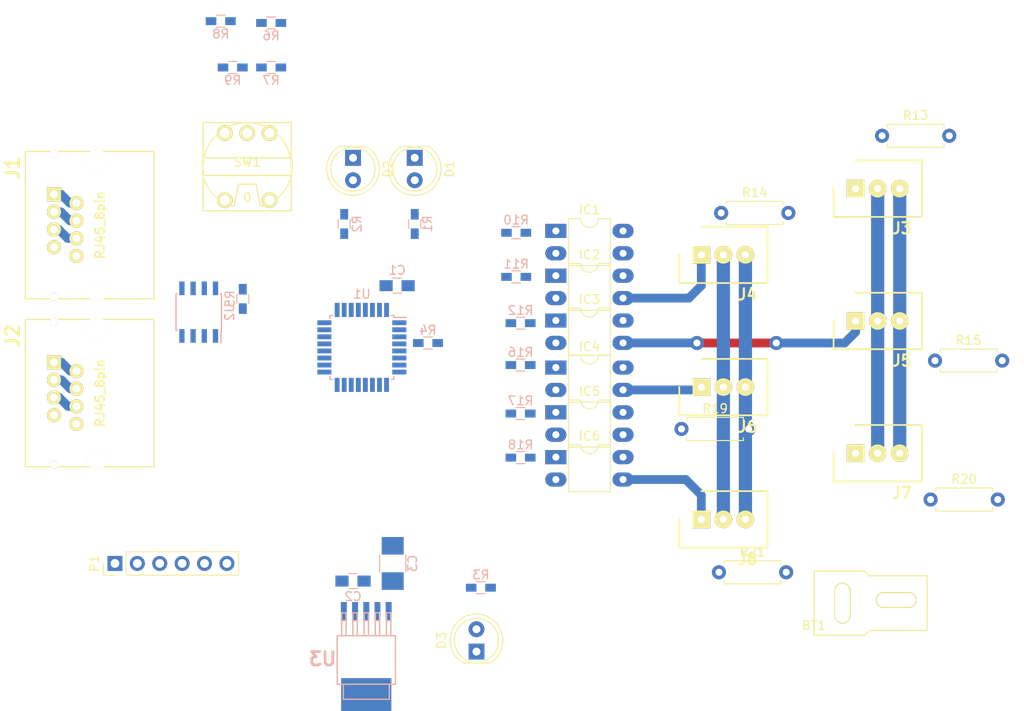
<source format=kicad_pcb>
(kicad_pcb (version 4) (host pcbnew 4.0.6)

  (general
    (links 117)
    (no_connects 99)
    (area 0 0 0 0)
    (thickness 1.6)
    (drawings 0)
    (tracks 43)
    (zones 0)
    (modules 47)
    (nets 55)
  )

  (page A4)
  (layers
    (0 F.Cu signal)
    (31 B.Cu signal)
    (32 B.Adhes user)
    (33 F.Adhes user)
    (34 B.Paste user)
    (35 F.Paste user)
    (36 B.SilkS user)
    (37 F.SilkS user)
    (38 B.Mask user)
    (39 F.Mask user)
    (40 Dwgs.User user)
    (41 Cmts.User user)
    (42 Eco1.User user)
    (43 Eco2.User user)
    (44 Edge.Cuts user)
    (45 Margin user)
    (46 B.CrtYd user)
    (47 F.CrtYd user)
    (48 B.Fab user)
    (49 F.Fab user)
  )

  (setup
    (last_trace_width 1)
    (user_trace_width 0.4)
    (user_trace_width 1)
    (user_trace_width 1.5)
    (trace_clearance 0.2)
    (zone_clearance 0.508)
    (zone_45_only no)
    (trace_min 0)
    (segment_width 0.2)
    (edge_width 0.15)
    (via_size 1.6)
    (via_drill 0.8)
    (via_min_size 1.6)
    (via_min_drill 0.8)
    (uvia_size 0.3)
    (uvia_drill 0.1)
    (uvias_allowed no)
    (uvia_min_size 0.2)
    (uvia_min_drill 0.1)
    (pcb_text_width 0.3)
    (pcb_text_size 1.5 1.5)
    (mod_edge_width 0.15)
    (mod_text_size 1 1)
    (mod_text_width 0.15)
    (pad_size 1.524 1.524)
    (pad_drill 0.762)
    (pad_to_mask_clearance 0.2)
    (aux_axis_origin 0 0)
    (visible_elements 7FFFFFFF)
    (pcbplotparams
      (layerselection 0x00030_80000001)
      (usegerberextensions false)
      (excludeedgelayer true)
      (linewidth 0.100000)
      (plotframeref false)
      (viasonmask false)
      (mode 1)
      (useauxorigin false)
      (hpglpennumber 1)
      (hpglpenspeed 20)
      (hpglpendiameter 15)
      (hpglpenoverlay 2)
      (psnegative false)
      (psa4output false)
      (plotreference true)
      (plotvalue true)
      (plotinvisibletext false)
      (padsonsilk false)
      (subtractmaskfromsilk false)
      (outputformat 1)
      (mirror false)
      (drillshape 1)
      (scaleselection 1)
      (outputdirectory ""))
  )

  (net 0 "")
  (net 1 +7.4V)
  (net 2 GNDPWR)
  (net 3 +3V3)
  (net 4 GND)
  (net 5 +5V)
  (net 6 "Net-(D1-Pad2)")
  (net 7 "Net-(D2-Pad2)")
  (net 8 "Net-(D3-Pad1)")
  (net 9 /Servo0)
  (net 10 "Net-(IC1-Pad3)")
  (net 11 /Servo1)
  (net 12 "Net-(IC2-Pad3)")
  (net 13 /Servo2)
  (net 14 "Net-(IC3-Pad3)")
  (net 15 /Servo3)
  (net 16 "Net-(IC4-Pad3)")
  (net 17 /Servo4)
  (net 18 "Net-(IC5-Pad3)")
  (net 19 /Servo5)
  (net 20 "Net-(IC6-Pad3)")
  (net 21 "Net-(J1-Pad7)")
  (net 22 +12V)
  (net 23 "Net-(J1-Pad8)")
  (net 24 "Net-(P1-Pad1)")
  (net 25 /SWCLK)
  (net 26 /SWDIO)
  (net 27 /NRST)
  (net 28 /SWO)
  (net 29 "Net-(R1-Pad1)")
  (net 30 "Net-(R2-Pad1)")
  (net 31 "Net-(R5-Pad1)")
  (net 32 /RotarySW/BIT0)
  (net 33 /RotarySW/BIT1)
  (net 34 /RotarySW/BIT2)
  (net 35 /RotarySW/BIT3)
  (net 36 "Net-(U1-Pad2)")
  (net 37 "Net-(U1-Pad3)")
  (net 38 "Net-(U1-Pad9)")
  (net 39 "Net-(U1-Pad10)")
  (net 40 "Net-(U1-Pad11)")
  (net 41 "Net-(U1-Pad15)")
  (net 42 /CAN_RxD)
  (net 43 /CAN_TxD)
  (net 44 "Net-(U2-Pad5)")
  (net 45 "Net-(U3-Pad4)")
  (net 46 "Net-(U1-Pad18)")
  (net 47 "Net-(U1-Pad19)")
  (net 48 "Net-(U1-Pad20)")
  (net 49 "Net-(IC1-Pad1)")
  (net 50 "Net-(IC2-Pad1)")
  (net 51 "Net-(IC3-Pad1)")
  (net 52 "Net-(IC4-Pad1)")
  (net 53 "Net-(IC5-Pad1)")
  (net 54 "Net-(IC6-Pad1)")

  (net_class Default "これは標準のネット クラスです。"
    (clearance 0.2)
    (trace_width 0.5)
    (via_dia 1.6)
    (via_drill 0.8)
    (uvia_dia 0.3)
    (uvia_drill 0.1)
    (add_net +12V)
    (add_net +3V3)
    (add_net +5V)
    (add_net +7.4V)
    (add_net /CAN_RxD)
    (add_net /CAN_TxD)
    (add_net /NRST)
    (add_net /RotarySW/BIT0)
    (add_net /RotarySW/BIT1)
    (add_net /RotarySW/BIT2)
    (add_net /RotarySW/BIT3)
    (add_net /SWCLK)
    (add_net /SWDIO)
    (add_net /SWO)
    (add_net /Servo0)
    (add_net /Servo1)
    (add_net /Servo2)
    (add_net /Servo3)
    (add_net /Servo4)
    (add_net /Servo5)
    (add_net GND)
    (add_net GNDPWR)
    (add_net "Net-(D1-Pad2)")
    (add_net "Net-(D2-Pad2)")
    (add_net "Net-(D3-Pad1)")
    (add_net "Net-(IC1-Pad1)")
    (add_net "Net-(IC1-Pad3)")
    (add_net "Net-(IC2-Pad1)")
    (add_net "Net-(IC2-Pad3)")
    (add_net "Net-(IC3-Pad1)")
    (add_net "Net-(IC3-Pad3)")
    (add_net "Net-(IC4-Pad1)")
    (add_net "Net-(IC4-Pad3)")
    (add_net "Net-(IC5-Pad1)")
    (add_net "Net-(IC5-Pad3)")
    (add_net "Net-(IC6-Pad1)")
    (add_net "Net-(IC6-Pad3)")
    (add_net "Net-(J1-Pad7)")
    (add_net "Net-(J1-Pad8)")
    (add_net "Net-(P1-Pad1)")
    (add_net "Net-(R1-Pad1)")
    (add_net "Net-(R2-Pad1)")
    (add_net "Net-(R5-Pad1)")
    (add_net "Net-(U1-Pad10)")
    (add_net "Net-(U1-Pad11)")
    (add_net "Net-(U1-Pad15)")
    (add_net "Net-(U1-Pad18)")
    (add_net "Net-(U1-Pad19)")
    (add_net "Net-(U1-Pad2)")
    (add_net "Net-(U1-Pad20)")
    (add_net "Net-(U1-Pad3)")
    (add_net "Net-(U1-Pad9)")
    (add_net "Net-(U2-Pad5)")
    (add_net "Net-(U3-Pad4)")
  )

  (module YASU:XT_M (layer F.Cu) (tedit 597327CC) (tstamp 5971CD87)
    (at 174.5 130.5)
    (path /5954C4A7)
    (fp_text reference BT1 (at -3.25 2.525) (layer F.SilkS)
      (effects (font (size 1 1) (thickness 0.15)))
    )
    (fp_text value Battery_Cell (at 16 0) (layer F.Fab)
      (effects (font (size 1 1) (thickness 0.15)))
    )
    (fp_line (start -3.2 -3.65) (end -3.2 3.65) (layer F.SilkS) (width 0.15))
    (fp_line (start -3.2 3.65) (end 2.5 3.65) (layer F.SilkS) (width 0.15))
    (fp_line (start 2.5 3.65) (end 3.05 3.1) (layer F.SilkS) (width 0.15))
    (fp_line (start 3.05 3.1) (end 9.6 3.1) (layer F.SilkS) (width 0.15))
    (fp_line (start 9.6 3.1) (end 9.6 -3.1) (layer F.SilkS) (width 0.15))
    (fp_line (start 9.6 -3.1) (end 3.05 -3.1) (layer F.SilkS) (width 0.15))
    (fp_line (start 3.05 -3.1) (end 2.5 -3.65) (layer F.SilkS) (width 0.15))
    (fp_line (start 2.5 -3.65) (end -3.2 -3.65) (layer F.SilkS) (width 0.15))
    (pad 1 thru_hole oval (at 0 0) (size 1.8 4.6) (drill oval 1.5 4.3) (layers *.Cu *.Mask F.SilkS)
      (net 1 +7.4V))
    (pad 2 thru_hole oval (at 6.1 -0.35) (size 4.6 1.8) (drill oval 4.3 1.5) (layers *.Cu *.Mask F.SilkS)
      (net 2 GNDPWR))
  )

  (module Capacitors_SMD:C_0805_HandSoldering (layer B.Cu) (tedit 58AA84A8) (tstamp 5971CD8D)
    (at 124 94.5 180)
    (descr "Capacitor SMD 0805, hand soldering")
    (tags "capacitor 0805")
    (path /594E91F1)
    (attr smd)
    (fp_text reference C1 (at 0 1.75 180) (layer B.SilkS)
      (effects (font (size 1 1) (thickness 0.15)) (justify mirror))
    )
    (fp_text value 0.1u (at 0 -1.75 180) (layer B.Fab)
      (effects (font (size 1 1) (thickness 0.15)) (justify mirror))
    )
    (fp_text user %R (at 0 1.75 180) (layer B.Fab)
      (effects (font (size 1 1) (thickness 0.15)) (justify mirror))
    )
    (fp_line (start -1 -0.62) (end -1 0.62) (layer B.Fab) (width 0.1))
    (fp_line (start 1 -0.62) (end -1 -0.62) (layer B.Fab) (width 0.1))
    (fp_line (start 1 0.62) (end 1 -0.62) (layer B.Fab) (width 0.1))
    (fp_line (start -1 0.62) (end 1 0.62) (layer B.Fab) (width 0.1))
    (fp_line (start 0.5 0.85) (end -0.5 0.85) (layer B.SilkS) (width 0.12))
    (fp_line (start -0.5 -0.85) (end 0.5 -0.85) (layer B.SilkS) (width 0.12))
    (fp_line (start -2.25 0.88) (end 2.25 0.88) (layer B.CrtYd) (width 0.05))
    (fp_line (start -2.25 0.88) (end -2.25 -0.87) (layer B.CrtYd) (width 0.05))
    (fp_line (start 2.25 -0.87) (end 2.25 0.88) (layer B.CrtYd) (width 0.05))
    (fp_line (start 2.25 -0.87) (end -2.25 -0.87) (layer B.CrtYd) (width 0.05))
    (pad 1 smd rect (at -1.25 0 180) (size 1.5 1.25) (layers B.Cu B.Paste B.Mask)
      (net 3 +3V3))
    (pad 2 smd rect (at 1.25 0 180) (size 1.5 1.25) (layers B.Cu B.Paste B.Mask)
      (net 4 GND))
    (model Capacitors_SMD.3dshapes/C_0805.wrl
      (at (xyz 0 0 0))
      (scale (xyz 1 1 1))
      (rotate (xyz 0 0 0))
    )
  )

  (module Capacitors_SMD:C_0805_HandSoldering (layer B.Cu) (tedit 58AA84A8) (tstamp 5971CD93)
    (at 119 128)
    (descr "Capacitor SMD 0805, hand soldering")
    (tags "capacitor 0805")
    (path /594B6893/58DB5268)
    (attr smd)
    (fp_text reference C2 (at 0 1.75) (layer B.SilkS)
      (effects (font (size 1 1) (thickness 0.15)) (justify mirror))
    )
    (fp_text value 0.1u (at 0 -1.75) (layer B.Fab)
      (effects (font (size 1 1) (thickness 0.15)) (justify mirror))
    )
    (fp_text user %R (at 0 1.75) (layer B.Fab)
      (effects (font (size 1 1) (thickness 0.15)) (justify mirror))
    )
    (fp_line (start -1 -0.62) (end -1 0.62) (layer B.Fab) (width 0.1))
    (fp_line (start 1 -0.62) (end -1 -0.62) (layer B.Fab) (width 0.1))
    (fp_line (start 1 0.62) (end 1 -0.62) (layer B.Fab) (width 0.1))
    (fp_line (start -1 0.62) (end 1 0.62) (layer B.Fab) (width 0.1))
    (fp_line (start 0.5 0.85) (end -0.5 0.85) (layer B.SilkS) (width 0.12))
    (fp_line (start -0.5 -0.85) (end 0.5 -0.85) (layer B.SilkS) (width 0.12))
    (fp_line (start -2.25 0.88) (end 2.25 0.88) (layer B.CrtYd) (width 0.05))
    (fp_line (start -2.25 0.88) (end -2.25 -0.87) (layer B.CrtYd) (width 0.05))
    (fp_line (start 2.25 -0.87) (end 2.25 0.88) (layer B.CrtYd) (width 0.05))
    (fp_line (start 2.25 -0.87) (end -2.25 -0.87) (layer B.CrtYd) (width 0.05))
    (pad 1 smd rect (at -1.25 0) (size 1.5 1.25) (layers B.Cu B.Paste B.Mask)
      (net 5 +5V))
    (pad 2 smd rect (at 1.25 0) (size 1.5 1.25) (layers B.Cu B.Paste B.Mask)
      (net 3 +3V3))
    (model Capacitors_SMD.3dshapes/C_0805.wrl
      (at (xyz 0 0 0))
      (scale (xyz 1 1 1))
      (rotate (xyz 0 0 0))
    )
  )

  (module Capacitors_SMD:C_1210_HandSoldering (layer B.Cu) (tedit 58AA84FB) (tstamp 5971CD99)
    (at 123.5 126 90)
    (descr "Capacitor SMD 1210, hand soldering")
    (tags "capacitor 1210")
    (path /594B6893/58DB5295)
    (attr smd)
    (fp_text reference C3 (at 0 2.25 90) (layer B.SilkS)
      (effects (font (size 1 1) (thickness 0.15)) (justify mirror))
    )
    (fp_text value 47u (at 0 -2.5 90) (layer B.Fab)
      (effects (font (size 1 1) (thickness 0.15)) (justify mirror))
    )
    (fp_text user %R (at 0 2.25 90) (layer B.Fab)
      (effects (font (size 1 1) (thickness 0.15)) (justify mirror))
    )
    (fp_line (start -1.6 -1.25) (end -1.6 1.25) (layer B.Fab) (width 0.1))
    (fp_line (start 1.6 -1.25) (end -1.6 -1.25) (layer B.Fab) (width 0.1))
    (fp_line (start 1.6 1.25) (end 1.6 -1.25) (layer B.Fab) (width 0.1))
    (fp_line (start -1.6 1.25) (end 1.6 1.25) (layer B.Fab) (width 0.1))
    (fp_line (start 1 1.48) (end -1 1.48) (layer B.SilkS) (width 0.12))
    (fp_line (start -1 -1.48) (end 1 -1.48) (layer B.SilkS) (width 0.12))
    (fp_line (start -3.25 1.5) (end 3.25 1.5) (layer B.CrtYd) (width 0.05))
    (fp_line (start -3.25 1.5) (end -3.25 -1.5) (layer B.CrtYd) (width 0.05))
    (fp_line (start 3.25 -1.5) (end 3.25 1.5) (layer B.CrtYd) (width 0.05))
    (fp_line (start 3.25 -1.5) (end -3.25 -1.5) (layer B.CrtYd) (width 0.05))
    (pad 1 smd rect (at -2 0 90) (size 2 2.5) (layers B.Cu B.Paste B.Mask)
      (net 4 GND))
    (pad 2 smd rect (at 2 0 90) (size 2 2.5) (layers B.Cu B.Paste B.Mask)
      (net 3 +3V3))
    (model Capacitors_SMD.3dshapes/C_1210.wrl
      (at (xyz 0 0 0))
      (scale (xyz 1 1 1))
      (rotate (xyz 0 0 0))
    )
  )

  (module LEDs:LED_D5.0mm (layer F.Cu) (tedit 587A3A7B) (tstamp 5971CD9F)
    (at 126 80 270)
    (descr "LED, diameter 5.0mm, 2 pins, http://cdn-reichelt.de/documents/datenblatt/A500/LL-504BC2E-009.pdf")
    (tags "LED diameter 5.0mm 2 pins")
    (path /59727C65)
    (fp_text reference D1 (at 1.27 -3.96 270) (layer F.SilkS)
      (effects (font (size 1 1) (thickness 0.15)))
    )
    (fp_text value LED (at 1.27 3.96 270) (layer F.Fab)
      (effects (font (size 1 1) (thickness 0.15)))
    )
    (fp_arc (start 1.27 0) (end -1.23 -1.469694) (angle 299.1) (layer F.Fab) (width 0.1))
    (fp_arc (start 1.27 0) (end -1.29 -1.54483) (angle 148.9) (layer F.SilkS) (width 0.12))
    (fp_arc (start 1.27 0) (end -1.29 1.54483) (angle -148.9) (layer F.SilkS) (width 0.12))
    (fp_circle (center 1.27 0) (end 3.77 0) (layer F.Fab) (width 0.1))
    (fp_circle (center 1.27 0) (end 3.77 0) (layer F.SilkS) (width 0.12))
    (fp_line (start -1.23 -1.469694) (end -1.23 1.469694) (layer F.Fab) (width 0.1))
    (fp_line (start -1.29 -1.545) (end -1.29 1.545) (layer F.SilkS) (width 0.12))
    (fp_line (start -1.95 -3.25) (end -1.95 3.25) (layer F.CrtYd) (width 0.05))
    (fp_line (start -1.95 3.25) (end 4.5 3.25) (layer F.CrtYd) (width 0.05))
    (fp_line (start 4.5 3.25) (end 4.5 -3.25) (layer F.CrtYd) (width 0.05))
    (fp_line (start 4.5 -3.25) (end -1.95 -3.25) (layer F.CrtYd) (width 0.05))
    (pad 1 thru_hole rect (at 0 0 270) (size 1.8 1.8) (drill 0.9) (layers *.Cu *.Mask)
      (net 4 GND))
    (pad 2 thru_hole circle (at 2.54 0 270) (size 1.8 1.8) (drill 0.9) (layers *.Cu *.Mask)
      (net 6 "Net-(D1-Pad2)"))
    (model ${KISYS3DMOD}/LEDs.3dshapes/LED_D5.0mm.wrl
      (at (xyz 0 0 0))
      (scale (xyz 0.393701 0.393701 0.393701))
      (rotate (xyz 0 0 0))
    )
  )

  (module LEDs:LED_D5.0mm (layer F.Cu) (tedit 587A3A7B) (tstamp 5971CDA5)
    (at 119 80 270)
    (descr "LED, diameter 5.0mm, 2 pins, http://cdn-reichelt.de/documents/datenblatt/A500/LL-504BC2E-009.pdf")
    (tags "LED diameter 5.0mm 2 pins")
    (path /5972966B)
    (fp_text reference D2 (at 1.27 -3.96 270) (layer F.SilkS)
      (effects (font (size 1 1) (thickness 0.15)))
    )
    (fp_text value LED (at 1.27 3.96 270) (layer F.Fab)
      (effects (font (size 1 1) (thickness 0.15)))
    )
    (fp_arc (start 1.27 0) (end -1.23 -1.469694) (angle 299.1) (layer F.Fab) (width 0.1))
    (fp_arc (start 1.27 0) (end -1.29 -1.54483) (angle 148.9) (layer F.SilkS) (width 0.12))
    (fp_arc (start 1.27 0) (end -1.29 1.54483) (angle -148.9) (layer F.SilkS) (width 0.12))
    (fp_circle (center 1.27 0) (end 3.77 0) (layer F.Fab) (width 0.1))
    (fp_circle (center 1.27 0) (end 3.77 0) (layer F.SilkS) (width 0.12))
    (fp_line (start -1.23 -1.469694) (end -1.23 1.469694) (layer F.Fab) (width 0.1))
    (fp_line (start -1.29 -1.545) (end -1.29 1.545) (layer F.SilkS) (width 0.12))
    (fp_line (start -1.95 -3.25) (end -1.95 3.25) (layer F.CrtYd) (width 0.05))
    (fp_line (start -1.95 3.25) (end 4.5 3.25) (layer F.CrtYd) (width 0.05))
    (fp_line (start 4.5 3.25) (end 4.5 -3.25) (layer F.CrtYd) (width 0.05))
    (fp_line (start 4.5 -3.25) (end -1.95 -3.25) (layer F.CrtYd) (width 0.05))
    (pad 1 thru_hole rect (at 0 0 270) (size 1.8 1.8) (drill 0.9) (layers *.Cu *.Mask)
      (net 4 GND))
    (pad 2 thru_hole circle (at 2.54 0 270) (size 1.8 1.8) (drill 0.9) (layers *.Cu *.Mask)
      (net 7 "Net-(D2-Pad2)"))
    (model ${KISYS3DMOD}/LEDs.3dshapes/LED_D5.0mm.wrl
      (at (xyz 0 0 0))
      (scale (xyz 0.393701 0.393701 0.393701))
      (rotate (xyz 0 0 0))
    )
  )

  (module LEDs:LED_D5.0mm (layer F.Cu) (tedit 587A3A7B) (tstamp 5971CDAB)
    (at 133 136 90)
    (descr "LED, diameter 5.0mm, 2 pins, http://cdn-reichelt.de/documents/datenblatt/A500/LL-504BC2E-009.pdf")
    (tags "LED diameter 5.0mm 2 pins")
    (path /5954CB91)
    (fp_text reference D3 (at 1.27 -3.96 90) (layer F.SilkS)
      (effects (font (size 1 1) (thickness 0.15)))
    )
    (fp_text value LED (at 1.27 3.96 90) (layer F.Fab)
      (effects (font (size 1 1) (thickness 0.15)))
    )
    (fp_arc (start 1.27 0) (end -1.23 -1.469694) (angle 299.1) (layer F.Fab) (width 0.1))
    (fp_arc (start 1.27 0) (end -1.29 -1.54483) (angle 148.9) (layer F.SilkS) (width 0.12))
    (fp_arc (start 1.27 0) (end -1.29 1.54483) (angle -148.9) (layer F.SilkS) (width 0.12))
    (fp_circle (center 1.27 0) (end 3.77 0) (layer F.Fab) (width 0.1))
    (fp_circle (center 1.27 0) (end 3.77 0) (layer F.SilkS) (width 0.12))
    (fp_line (start -1.23 -1.469694) (end -1.23 1.469694) (layer F.Fab) (width 0.1))
    (fp_line (start -1.29 -1.545) (end -1.29 1.545) (layer F.SilkS) (width 0.12))
    (fp_line (start -1.95 -3.25) (end -1.95 3.25) (layer F.CrtYd) (width 0.05))
    (fp_line (start -1.95 3.25) (end 4.5 3.25) (layer F.CrtYd) (width 0.05))
    (fp_line (start 4.5 3.25) (end 4.5 -3.25) (layer F.CrtYd) (width 0.05))
    (fp_line (start 4.5 -3.25) (end -1.95 -3.25) (layer F.CrtYd) (width 0.05))
    (pad 1 thru_hole rect (at 0 0 90) (size 1.8 1.8) (drill 0.9) (layers *.Cu *.Mask)
      (net 8 "Net-(D3-Pad1)"))
    (pad 2 thru_hole circle (at 2.54 0 90) (size 1.8 1.8) (drill 0.9) (layers *.Cu *.Mask)
      (net 3 +3V3))
    (model ${KISYS3DMOD}/LEDs.3dshapes/LED_D5.0mm.wrl
      (at (xyz 0 0 0))
      (scale (xyz 0.393701 0.393701 0.393701))
      (rotate (xyz 0 0 0))
    )
  )

  (module Housings_DIP:DIP-4_W7.62mm_LongPads (layer F.Cu) (tedit 58CC8E31) (tstamp 5971CDB3)
    (at 142.002 88.29)
    (descr "4-lead dip package, row spacing 7.62 mm (300 mils), LongPads")
    (tags "DIL DIP PDIP 2.54mm 7.62mm 300mil LongPads")
    (path /5971C1F8/5955C6A4)
    (fp_text reference IC1 (at 3.81 -2.39) (layer F.SilkS)
      (effects (font (size 1 1) (thickness 0.15)))
    )
    (fp_text value TLP521 (at 3.81 4.93) (layer F.Fab)
      (effects (font (size 1 1) (thickness 0.15)))
    )
    (fp_text user %R (at 3.81 1.27) (layer F.Fab)
      (effects (font (size 1 1) (thickness 0.15)))
    )
    (fp_line (start 1.635 -1.27) (end 6.985 -1.27) (layer F.Fab) (width 0.1))
    (fp_line (start 6.985 -1.27) (end 6.985 3.81) (layer F.Fab) (width 0.1))
    (fp_line (start 6.985 3.81) (end 0.635 3.81) (layer F.Fab) (width 0.1))
    (fp_line (start 0.635 3.81) (end 0.635 -0.27) (layer F.Fab) (width 0.1))
    (fp_line (start 0.635 -0.27) (end 1.635 -1.27) (layer F.Fab) (width 0.1))
    (fp_line (start 2.81 -1.39) (end 1.44 -1.39) (layer F.SilkS) (width 0.12))
    (fp_line (start 1.44 -1.39) (end 1.44 3.93) (layer F.SilkS) (width 0.12))
    (fp_line (start 1.44 3.93) (end 6.18 3.93) (layer F.SilkS) (width 0.12))
    (fp_line (start 6.18 3.93) (end 6.18 -1.39) (layer F.SilkS) (width 0.12))
    (fp_line (start 6.18 -1.39) (end 4.81 -1.39) (layer F.SilkS) (width 0.12))
    (fp_line (start -1.5 -1.6) (end -1.5 4.1) (layer F.CrtYd) (width 0.05))
    (fp_line (start -1.5 4.1) (end 9.1 4.1) (layer F.CrtYd) (width 0.05))
    (fp_line (start 9.1 4.1) (end 9.1 -1.6) (layer F.CrtYd) (width 0.05))
    (fp_line (start 9.1 -1.6) (end -1.5 -1.6) (layer F.CrtYd) (width 0.05))
    (fp_arc (start 3.81 -1.39) (end 2.81 -1.39) (angle -180) (layer F.SilkS) (width 0.12))
    (pad 1 thru_hole rect (at 0 0) (size 2.4 1.6) (drill 0.8) (layers *.Cu *.Mask)
      (net 49 "Net-(IC1-Pad1)"))
    (pad 3 thru_hole oval (at 7.62 2.54) (size 2.4 1.6) (drill 0.8) (layers *.Cu *.Mask)
      (net 10 "Net-(IC1-Pad3)"))
    (pad 2 thru_hole oval (at 0 2.54) (size 2.4 1.6) (drill 0.8) (layers *.Cu *.Mask)
      (net 4 GND))
    (pad 4 thru_hole oval (at 7.62 0) (size 2.4 1.6) (drill 0.8) (layers *.Cu *.Mask)
      (net 1 +7.4V))
    (model ${KISYS3DMOD}/Housings_DIP.3dshapes/DIP-4_W7.62mm_LongPads.wrl
      (at (xyz 0 0 0))
      (scale (xyz 1 1 1))
      (rotate (xyz 0 0 0))
    )
  )

  (module Housings_DIP:DIP-4_W7.62mm_LongPads (layer F.Cu) (tedit 58CC8E31) (tstamp 5971CDBB)
    (at 142.002 93.37)
    (descr "4-lead dip package, row spacing 7.62 mm (300 mils), LongPads")
    (tags "DIL DIP PDIP 2.54mm 7.62mm 300mil LongPads")
    (path /5971C1F8/5955C6C4)
    (fp_text reference IC2 (at 3.81 -2.39) (layer F.SilkS)
      (effects (font (size 1 1) (thickness 0.15)))
    )
    (fp_text value TLP521 (at 3.81 4.93) (layer F.Fab)
      (effects (font (size 1 1) (thickness 0.15)))
    )
    (fp_text user %R (at 3.81 1.27) (layer F.Fab)
      (effects (font (size 1 1) (thickness 0.15)))
    )
    (fp_line (start 1.635 -1.27) (end 6.985 -1.27) (layer F.Fab) (width 0.1))
    (fp_line (start 6.985 -1.27) (end 6.985 3.81) (layer F.Fab) (width 0.1))
    (fp_line (start 6.985 3.81) (end 0.635 3.81) (layer F.Fab) (width 0.1))
    (fp_line (start 0.635 3.81) (end 0.635 -0.27) (layer F.Fab) (width 0.1))
    (fp_line (start 0.635 -0.27) (end 1.635 -1.27) (layer F.Fab) (width 0.1))
    (fp_line (start 2.81 -1.39) (end 1.44 -1.39) (layer F.SilkS) (width 0.12))
    (fp_line (start 1.44 -1.39) (end 1.44 3.93) (layer F.SilkS) (width 0.12))
    (fp_line (start 1.44 3.93) (end 6.18 3.93) (layer F.SilkS) (width 0.12))
    (fp_line (start 6.18 3.93) (end 6.18 -1.39) (layer F.SilkS) (width 0.12))
    (fp_line (start 6.18 -1.39) (end 4.81 -1.39) (layer F.SilkS) (width 0.12))
    (fp_line (start -1.5 -1.6) (end -1.5 4.1) (layer F.CrtYd) (width 0.05))
    (fp_line (start -1.5 4.1) (end 9.1 4.1) (layer F.CrtYd) (width 0.05))
    (fp_line (start 9.1 4.1) (end 9.1 -1.6) (layer F.CrtYd) (width 0.05))
    (fp_line (start 9.1 -1.6) (end -1.5 -1.6) (layer F.CrtYd) (width 0.05))
    (fp_arc (start 3.81 -1.39) (end 2.81 -1.39) (angle -180) (layer F.SilkS) (width 0.12))
    (pad 1 thru_hole rect (at 0 0) (size 2.4 1.6) (drill 0.8) (layers *.Cu *.Mask)
      (net 50 "Net-(IC2-Pad1)"))
    (pad 3 thru_hole oval (at 7.62 2.54) (size 2.4 1.6) (drill 0.8) (layers *.Cu *.Mask)
      (net 12 "Net-(IC2-Pad3)"))
    (pad 2 thru_hole oval (at 0 2.54) (size 2.4 1.6) (drill 0.8) (layers *.Cu *.Mask)
      (net 4 GND))
    (pad 4 thru_hole oval (at 7.62 0) (size 2.4 1.6) (drill 0.8) (layers *.Cu *.Mask)
      (net 1 +7.4V))
    (model ${KISYS3DMOD}/Housings_DIP.3dshapes/DIP-4_W7.62mm_LongPads.wrl
      (at (xyz 0 0 0))
      (scale (xyz 1 1 1))
      (rotate (xyz 0 0 0))
    )
  )

  (module Housings_DIP:DIP-4_W7.62mm_LongPads (layer F.Cu) (tedit 58CC8E31) (tstamp 5971CDC3)
    (at 142.002 98.45)
    (descr "4-lead dip package, row spacing 7.62 mm (300 mils), LongPads")
    (tags "DIL DIP PDIP 2.54mm 7.62mm 300mil LongPads")
    (path /5971C1F8/5955C739)
    (fp_text reference IC3 (at 3.81 -2.39) (layer F.SilkS)
      (effects (font (size 1 1) (thickness 0.15)))
    )
    (fp_text value TLP521 (at 3.81 4.93) (layer F.Fab)
      (effects (font (size 1 1) (thickness 0.15)))
    )
    (fp_text user %R (at 3.81 1.27) (layer F.Fab)
      (effects (font (size 1 1) (thickness 0.15)))
    )
    (fp_line (start 1.635 -1.27) (end 6.985 -1.27) (layer F.Fab) (width 0.1))
    (fp_line (start 6.985 -1.27) (end 6.985 3.81) (layer F.Fab) (width 0.1))
    (fp_line (start 6.985 3.81) (end 0.635 3.81) (layer F.Fab) (width 0.1))
    (fp_line (start 0.635 3.81) (end 0.635 -0.27) (layer F.Fab) (width 0.1))
    (fp_line (start 0.635 -0.27) (end 1.635 -1.27) (layer F.Fab) (width 0.1))
    (fp_line (start 2.81 -1.39) (end 1.44 -1.39) (layer F.SilkS) (width 0.12))
    (fp_line (start 1.44 -1.39) (end 1.44 3.93) (layer F.SilkS) (width 0.12))
    (fp_line (start 1.44 3.93) (end 6.18 3.93) (layer F.SilkS) (width 0.12))
    (fp_line (start 6.18 3.93) (end 6.18 -1.39) (layer F.SilkS) (width 0.12))
    (fp_line (start 6.18 -1.39) (end 4.81 -1.39) (layer F.SilkS) (width 0.12))
    (fp_line (start -1.5 -1.6) (end -1.5 4.1) (layer F.CrtYd) (width 0.05))
    (fp_line (start -1.5 4.1) (end 9.1 4.1) (layer F.CrtYd) (width 0.05))
    (fp_line (start 9.1 4.1) (end 9.1 -1.6) (layer F.CrtYd) (width 0.05))
    (fp_line (start 9.1 -1.6) (end -1.5 -1.6) (layer F.CrtYd) (width 0.05))
    (fp_arc (start 3.81 -1.39) (end 2.81 -1.39) (angle -180) (layer F.SilkS) (width 0.12))
    (pad 1 thru_hole rect (at 0 0) (size 2.4 1.6) (drill 0.8) (layers *.Cu *.Mask)
      (net 51 "Net-(IC3-Pad1)"))
    (pad 3 thru_hole oval (at 7.62 2.54) (size 2.4 1.6) (drill 0.8) (layers *.Cu *.Mask)
      (net 14 "Net-(IC3-Pad3)"))
    (pad 2 thru_hole oval (at 0 2.54) (size 2.4 1.6) (drill 0.8) (layers *.Cu *.Mask)
      (net 4 GND))
    (pad 4 thru_hole oval (at 7.62 0) (size 2.4 1.6) (drill 0.8) (layers *.Cu *.Mask)
      (net 1 +7.4V))
    (model ${KISYS3DMOD}/Housings_DIP.3dshapes/DIP-4_W7.62mm_LongPads.wrl
      (at (xyz 0 0 0))
      (scale (xyz 1 1 1))
      (rotate (xyz 0 0 0))
    )
  )

  (module Housings_DIP:DIP-4_W7.62mm_LongPads (layer F.Cu) (tedit 58CC8E31) (tstamp 5971CDCB)
    (at 142.002 103.784)
    (descr "4-lead dip package, row spacing 7.62 mm (300 mils), LongPads")
    (tags "DIL DIP PDIP 2.54mm 7.62mm 300mil LongPads")
    (path /5971C1F8/5971CE57)
    (fp_text reference IC4 (at 3.81 -2.39) (layer F.SilkS)
      (effects (font (size 1 1) (thickness 0.15)))
    )
    (fp_text value TLP521 (at 3.81 4.93) (layer F.Fab)
      (effects (font (size 1 1) (thickness 0.15)))
    )
    (fp_text user %R (at 3.81 1.27) (layer F.Fab)
      (effects (font (size 1 1) (thickness 0.15)))
    )
    (fp_line (start 1.635 -1.27) (end 6.985 -1.27) (layer F.Fab) (width 0.1))
    (fp_line (start 6.985 -1.27) (end 6.985 3.81) (layer F.Fab) (width 0.1))
    (fp_line (start 6.985 3.81) (end 0.635 3.81) (layer F.Fab) (width 0.1))
    (fp_line (start 0.635 3.81) (end 0.635 -0.27) (layer F.Fab) (width 0.1))
    (fp_line (start 0.635 -0.27) (end 1.635 -1.27) (layer F.Fab) (width 0.1))
    (fp_line (start 2.81 -1.39) (end 1.44 -1.39) (layer F.SilkS) (width 0.12))
    (fp_line (start 1.44 -1.39) (end 1.44 3.93) (layer F.SilkS) (width 0.12))
    (fp_line (start 1.44 3.93) (end 6.18 3.93) (layer F.SilkS) (width 0.12))
    (fp_line (start 6.18 3.93) (end 6.18 -1.39) (layer F.SilkS) (width 0.12))
    (fp_line (start 6.18 -1.39) (end 4.81 -1.39) (layer F.SilkS) (width 0.12))
    (fp_line (start -1.5 -1.6) (end -1.5 4.1) (layer F.CrtYd) (width 0.05))
    (fp_line (start -1.5 4.1) (end 9.1 4.1) (layer F.CrtYd) (width 0.05))
    (fp_line (start 9.1 4.1) (end 9.1 -1.6) (layer F.CrtYd) (width 0.05))
    (fp_line (start 9.1 -1.6) (end -1.5 -1.6) (layer F.CrtYd) (width 0.05))
    (fp_arc (start 3.81 -1.39) (end 2.81 -1.39) (angle -180) (layer F.SilkS) (width 0.12))
    (pad 1 thru_hole rect (at 0 0) (size 2.4 1.6) (drill 0.8) (layers *.Cu *.Mask)
      (net 52 "Net-(IC4-Pad1)"))
    (pad 3 thru_hole oval (at 7.62 2.54) (size 2.4 1.6) (drill 0.8) (layers *.Cu *.Mask)
      (net 16 "Net-(IC4-Pad3)"))
    (pad 2 thru_hole oval (at 0 2.54) (size 2.4 1.6) (drill 0.8) (layers *.Cu *.Mask)
      (net 4 GND))
    (pad 4 thru_hole oval (at 7.62 0) (size 2.4 1.6) (drill 0.8) (layers *.Cu *.Mask)
      (net 1 +7.4V))
    (model ${KISYS3DMOD}/Housings_DIP.3dshapes/DIP-4_W7.62mm_LongPads.wrl
      (at (xyz 0 0 0))
      (scale (xyz 1 1 1))
      (rotate (xyz 0 0 0))
    )
  )

  (module Housings_DIP:DIP-4_W7.62mm_LongPads (layer F.Cu) (tedit 58CC8E31) (tstamp 5971CDD3)
    (at 142.002 108.864)
    (descr "4-lead dip package, row spacing 7.62 mm (300 mils), LongPads")
    (tags "DIL DIP PDIP 2.54mm 7.62mm 300mil LongPads")
    (path /5971C1F8/5971CE74)
    (fp_text reference IC5 (at 3.81 -2.39) (layer F.SilkS)
      (effects (font (size 1 1) (thickness 0.15)))
    )
    (fp_text value TLP521 (at 3.81 4.93) (layer F.Fab)
      (effects (font (size 1 1) (thickness 0.15)))
    )
    (fp_text user %R (at 3.81 1.27) (layer F.Fab)
      (effects (font (size 1 1) (thickness 0.15)))
    )
    (fp_line (start 1.635 -1.27) (end 6.985 -1.27) (layer F.Fab) (width 0.1))
    (fp_line (start 6.985 -1.27) (end 6.985 3.81) (layer F.Fab) (width 0.1))
    (fp_line (start 6.985 3.81) (end 0.635 3.81) (layer F.Fab) (width 0.1))
    (fp_line (start 0.635 3.81) (end 0.635 -0.27) (layer F.Fab) (width 0.1))
    (fp_line (start 0.635 -0.27) (end 1.635 -1.27) (layer F.Fab) (width 0.1))
    (fp_line (start 2.81 -1.39) (end 1.44 -1.39) (layer F.SilkS) (width 0.12))
    (fp_line (start 1.44 -1.39) (end 1.44 3.93) (layer F.SilkS) (width 0.12))
    (fp_line (start 1.44 3.93) (end 6.18 3.93) (layer F.SilkS) (width 0.12))
    (fp_line (start 6.18 3.93) (end 6.18 -1.39) (layer F.SilkS) (width 0.12))
    (fp_line (start 6.18 -1.39) (end 4.81 -1.39) (layer F.SilkS) (width 0.12))
    (fp_line (start -1.5 -1.6) (end -1.5 4.1) (layer F.CrtYd) (width 0.05))
    (fp_line (start -1.5 4.1) (end 9.1 4.1) (layer F.CrtYd) (width 0.05))
    (fp_line (start 9.1 4.1) (end 9.1 -1.6) (layer F.CrtYd) (width 0.05))
    (fp_line (start 9.1 -1.6) (end -1.5 -1.6) (layer F.CrtYd) (width 0.05))
    (fp_arc (start 3.81 -1.39) (end 2.81 -1.39) (angle -180) (layer F.SilkS) (width 0.12))
    (pad 1 thru_hole rect (at 0 0) (size 2.4 1.6) (drill 0.8) (layers *.Cu *.Mask)
      (net 53 "Net-(IC5-Pad1)"))
    (pad 3 thru_hole oval (at 7.62 2.54) (size 2.4 1.6) (drill 0.8) (layers *.Cu *.Mask)
      (net 18 "Net-(IC5-Pad3)"))
    (pad 2 thru_hole oval (at 0 2.54) (size 2.4 1.6) (drill 0.8) (layers *.Cu *.Mask)
      (net 4 GND))
    (pad 4 thru_hole oval (at 7.62 0) (size 2.4 1.6) (drill 0.8) (layers *.Cu *.Mask)
      (net 1 +7.4V))
    (model ${KISYS3DMOD}/Housings_DIP.3dshapes/DIP-4_W7.62mm_LongPads.wrl
      (at (xyz 0 0 0))
      (scale (xyz 1 1 1))
      (rotate (xyz 0 0 0))
    )
  )

  (module Housings_DIP:DIP-4_W7.62mm_LongPads (layer F.Cu) (tedit 58CC8E31) (tstamp 5971CDDB)
    (at 142.002 113.944)
    (descr "4-lead dip package, row spacing 7.62 mm (300 mils), LongPads")
    (tags "DIL DIP PDIP 2.54mm 7.62mm 300mil LongPads")
    (path /5971C1F8/5971CEB2)
    (fp_text reference IC6 (at 3.81 -2.39) (layer F.SilkS)
      (effects (font (size 1 1) (thickness 0.15)))
    )
    (fp_text value TLP521 (at 3.81 4.93) (layer F.Fab)
      (effects (font (size 1 1) (thickness 0.15)))
    )
    (fp_text user %R (at 3.81 1.27) (layer F.Fab)
      (effects (font (size 1 1) (thickness 0.15)))
    )
    (fp_line (start 1.635 -1.27) (end 6.985 -1.27) (layer F.Fab) (width 0.1))
    (fp_line (start 6.985 -1.27) (end 6.985 3.81) (layer F.Fab) (width 0.1))
    (fp_line (start 6.985 3.81) (end 0.635 3.81) (layer F.Fab) (width 0.1))
    (fp_line (start 0.635 3.81) (end 0.635 -0.27) (layer F.Fab) (width 0.1))
    (fp_line (start 0.635 -0.27) (end 1.635 -1.27) (layer F.Fab) (width 0.1))
    (fp_line (start 2.81 -1.39) (end 1.44 -1.39) (layer F.SilkS) (width 0.12))
    (fp_line (start 1.44 -1.39) (end 1.44 3.93) (layer F.SilkS) (width 0.12))
    (fp_line (start 1.44 3.93) (end 6.18 3.93) (layer F.SilkS) (width 0.12))
    (fp_line (start 6.18 3.93) (end 6.18 -1.39) (layer F.SilkS) (width 0.12))
    (fp_line (start 6.18 -1.39) (end 4.81 -1.39) (layer F.SilkS) (width 0.12))
    (fp_line (start -1.5 -1.6) (end -1.5 4.1) (layer F.CrtYd) (width 0.05))
    (fp_line (start -1.5 4.1) (end 9.1 4.1) (layer F.CrtYd) (width 0.05))
    (fp_line (start 9.1 4.1) (end 9.1 -1.6) (layer F.CrtYd) (width 0.05))
    (fp_line (start 9.1 -1.6) (end -1.5 -1.6) (layer F.CrtYd) (width 0.05))
    (fp_arc (start 3.81 -1.39) (end 2.81 -1.39) (angle -180) (layer F.SilkS) (width 0.12))
    (pad 1 thru_hole rect (at 0 0) (size 2.4 1.6) (drill 0.8) (layers *.Cu *.Mask)
      (net 54 "Net-(IC6-Pad1)"))
    (pad 3 thru_hole oval (at 7.62 2.54) (size 2.4 1.6) (drill 0.8) (layers *.Cu *.Mask)
      (net 20 "Net-(IC6-Pad3)"))
    (pad 2 thru_hole oval (at 0 2.54) (size 2.4 1.6) (drill 0.8) (layers *.Cu *.Mask)
      (net 4 GND))
    (pad 4 thru_hole oval (at 7.62 0) (size 2.4 1.6) (drill 0.8) (layers *.Cu *.Mask)
      (net 1 +7.4V))
    (model ${KISYS3DMOD}/Housings_DIP.3dshapes/DIP-4_W7.62mm_LongPads.wrl
      (at (xyz 0 0 0))
      (scale (xyz 1 1 1))
      (rotate (xyz 0 0 0))
    )
  )

  (module robocon_pcb:7810-8P8C (layer F.Cu) (tedit 560CD89B) (tstamp 5971CDEB)
    (at 87.63 87.63 90)
    (tags RJ45)
    (path /594B743E/594B77B8)
    (fp_text reference J1 (at 6.477 -7.239 90) (layer F.SilkS)
      (effects (font (thickness 0.3048)))
    )
    (fp_text value RJ45_8pin (at 0 2.667 90) (layer F.SilkS)
      (effects (font (size 1.00076 1.00076) (thickness 0.2032)))
    )
    (fp_line (start -8.35 8.8) (end -8.35 -5.8) (layer F.SilkS) (width 0.15))
    (fp_line (start -8.35 -5.8) (end 8.35 -5.8) (layer F.SilkS) (width 0.15))
    (fp_line (start 8.35 -5.8) (end 8.35 8.8) (layer F.SilkS) (width 0.15))
    (fp_line (start 8.35 8.8) (end -8.35 8.8) (layer F.SilkS) (width 0.15))
    (pad "" np_thru_hole circle (at -7.4 2.3 90) (size 2.4 2.4) (drill 2.4) (layers *.Cu *.Mask F.SilkS))
    (pad "" np_thru_hole circle (at 7.4 2.3 90) (size 2.4 2.4) (drill 2.4) (layers *.Cu *.Mask F.SilkS))
    (pad "" thru_hole circle (at -8.125 -2.54 90) (size 0.9 0.9) (drill 0.9) (layers *.Cu *.Mask F.SilkS))
    (pad "" thru_hole circle (at 8.125 -2.54 90) (size 0.9 0.9) (drill 0.9) (layers *.Cu *.Mask F.SilkS))
    (pad 7 thru_hole circle (at -2.5 -2.54 90) (size 1.6 1.6) (drill 0.9) (layers *.Cu *.Mask F.SilkS)
      (net 21 "Net-(J1-Pad7)"))
    (pad 5 thru_hole circle (at -0.5 -2.54 90) (size 1.6 1.6) (drill 0.9) (layers *.Cu *.Mask F.SilkS)
      (net 4 GND))
    (pad 3 thru_hole circle (at 1.5 -2.54 90) (size 1.6 1.6) (drill 0.9) (layers *.Cu *.Mask F.SilkS)
      (net 5 +5V))
    (pad 1 thru_hole rect (at 3.5 -2.54 90) (size 1.6 1.6) (drill 0.9) (layers *.Cu *.Mask F.SilkS)
      (net 22 +12V))
    (pad 8 thru_hole circle (at -3.5 0 90) (size 1.6 1.6) (drill 0.9) (layers *.Cu *.Mask F.SilkS)
      (net 23 "Net-(J1-Pad8)"))
    (pad 6 thru_hole circle (at -1.5 0 90) (size 1.6 1.6) (drill 0.9) (layers *.Cu *.Mask F.SilkS)
      (net 4 GND))
    (pad 4 thru_hole circle (at 0.5 0 90) (size 1.6 1.6) (drill 0.9) (layers *.Cu *.Mask F.SilkS)
      (net 5 +5V))
    (pad 2 thru_hole circle (at 2.5 0 90) (size 1.6 1.6) (drill 0.9) (layers *.Cu *.Mask F.SilkS)
      (net 22 +12V))
    (model connectors/RJ45_8.wrl
      (at (xyz 0 0 0))
      (scale (xyz 0.4 0.4 0.4))
      (rotate (xyz 0 0 0))
    )
  )

  (module robocon_pcb:7810-8P8C (layer F.Cu) (tedit 560CD89B) (tstamp 5971CDFB)
    (at 87.63 106.68 90)
    (tags RJ45)
    (path /594B743E/594B7814)
    (fp_text reference J2 (at 6.477 -7.239 90) (layer F.SilkS)
      (effects (font (thickness 0.3048)))
    )
    (fp_text value RJ45_8pin (at 0 2.667 90) (layer F.SilkS)
      (effects (font (size 1.00076 1.00076) (thickness 0.2032)))
    )
    (fp_line (start -8.35 8.8) (end -8.35 -5.8) (layer F.SilkS) (width 0.15))
    (fp_line (start -8.35 -5.8) (end 8.35 -5.8) (layer F.SilkS) (width 0.15))
    (fp_line (start 8.35 -5.8) (end 8.35 8.8) (layer F.SilkS) (width 0.15))
    (fp_line (start 8.35 8.8) (end -8.35 8.8) (layer F.SilkS) (width 0.15))
    (pad "" np_thru_hole circle (at -7.4 2.3 90) (size 2.4 2.4) (drill 2.4) (layers *.Cu *.Mask F.SilkS))
    (pad "" np_thru_hole circle (at 7.4 2.3 90) (size 2.4 2.4) (drill 2.4) (layers *.Cu *.Mask F.SilkS))
    (pad "" thru_hole circle (at -8.125 -2.54 90) (size 0.9 0.9) (drill 0.9) (layers *.Cu *.Mask F.SilkS))
    (pad "" thru_hole circle (at 8.125 -2.54 90) (size 0.9 0.9) (drill 0.9) (layers *.Cu *.Mask F.SilkS))
    (pad 7 thru_hole circle (at -2.5 -2.54 90) (size 1.6 1.6) (drill 0.9) (layers *.Cu *.Mask F.SilkS)
      (net 21 "Net-(J1-Pad7)"))
    (pad 5 thru_hole circle (at -0.5 -2.54 90) (size 1.6 1.6) (drill 0.9) (layers *.Cu *.Mask F.SilkS)
      (net 4 GND))
    (pad 3 thru_hole circle (at 1.5 -2.54 90) (size 1.6 1.6) (drill 0.9) (layers *.Cu *.Mask F.SilkS)
      (net 5 +5V))
    (pad 1 thru_hole rect (at 3.5 -2.54 90) (size 1.6 1.6) (drill 0.9) (layers *.Cu *.Mask F.SilkS)
      (net 22 +12V))
    (pad 8 thru_hole circle (at -3.5 0 90) (size 1.6 1.6) (drill 0.9) (layers *.Cu *.Mask F.SilkS)
      (net 23 "Net-(J1-Pad8)"))
    (pad 6 thru_hole circle (at -1.5 0 90) (size 1.6 1.6) (drill 0.9) (layers *.Cu *.Mask F.SilkS)
      (net 4 GND))
    (pad 4 thru_hole circle (at 0.5 0 90) (size 1.6 1.6) (drill 0.9) (layers *.Cu *.Mask F.SilkS)
      (net 5 +5V))
    (pad 2 thru_hole circle (at 2.5 0 90) (size 1.6 1.6) (drill 0.9) (layers *.Cu *.Mask F.SilkS)
      (net 22 +12V))
    (model connectors/RJ45_8.wrl
      (at (xyz 0 0 0))
      (scale (xyz 0.4 0.4 0.4))
      (rotate (xyz 0 0 0))
    )
  )

  (module Pin_Headers:Pin_Header_Straight_1x06_Pitch2.54mm (layer F.Cu) (tedit 59650532) (tstamp 5971CE2F)
    (at 92 126 90)
    (descr "Through hole straight pin header, 1x06, 2.54mm pitch, single row")
    (tags "Through hole pin header THT 1x06 2.54mm single row")
    (path /594B6A4E/58DA469F)
    (fp_text reference P1 (at 0 -2.33 90) (layer F.SilkS)
      (effects (font (size 1 1) (thickness 0.15)))
    )
    (fp_text value CONN_01X06 (at 0 15.03 90) (layer F.Fab)
      (effects (font (size 1 1) (thickness 0.15)))
    )
    (fp_line (start -0.635 -1.27) (end 1.27 -1.27) (layer F.Fab) (width 0.1))
    (fp_line (start 1.27 -1.27) (end 1.27 13.97) (layer F.Fab) (width 0.1))
    (fp_line (start 1.27 13.97) (end -1.27 13.97) (layer F.Fab) (width 0.1))
    (fp_line (start -1.27 13.97) (end -1.27 -0.635) (layer F.Fab) (width 0.1))
    (fp_line (start -1.27 -0.635) (end -0.635 -1.27) (layer F.Fab) (width 0.1))
    (fp_line (start -1.33 14.03) (end 1.33 14.03) (layer F.SilkS) (width 0.12))
    (fp_line (start -1.33 1.27) (end -1.33 14.03) (layer F.SilkS) (width 0.12))
    (fp_line (start 1.33 1.27) (end 1.33 14.03) (layer F.SilkS) (width 0.12))
    (fp_line (start -1.33 1.27) (end 1.33 1.27) (layer F.SilkS) (width 0.12))
    (fp_line (start -1.33 0) (end -1.33 -1.33) (layer F.SilkS) (width 0.12))
    (fp_line (start -1.33 -1.33) (end 0 -1.33) (layer F.SilkS) (width 0.12))
    (fp_line (start -1.8 -1.8) (end -1.8 14.5) (layer F.CrtYd) (width 0.05))
    (fp_line (start -1.8 14.5) (end 1.8 14.5) (layer F.CrtYd) (width 0.05))
    (fp_line (start 1.8 14.5) (end 1.8 -1.8) (layer F.CrtYd) (width 0.05))
    (fp_line (start 1.8 -1.8) (end -1.8 -1.8) (layer F.CrtYd) (width 0.05))
    (fp_text user %R (at 0 6.35 180) (layer F.Fab)
      (effects (font (size 1 1) (thickness 0.15)))
    )
    (pad 1 thru_hole rect (at 0 0 90) (size 1.7 1.7) (drill 1) (layers *.Cu *.Mask)
      (net 24 "Net-(P1-Pad1)"))
    (pad 2 thru_hole oval (at 0 2.54 90) (size 1.7 1.7) (drill 1) (layers *.Cu *.Mask)
      (net 25 /SWCLK))
    (pad 3 thru_hole oval (at 0 5.08 90) (size 1.7 1.7) (drill 1) (layers *.Cu *.Mask)
      (net 4 GND))
    (pad 4 thru_hole oval (at 0 7.62 90) (size 1.7 1.7) (drill 1) (layers *.Cu *.Mask)
      (net 26 /SWDIO))
    (pad 5 thru_hole oval (at 0 10.16 90) (size 1.7 1.7) (drill 1) (layers *.Cu *.Mask)
      (net 27 /NRST))
    (pad 6 thru_hole oval (at 0 12.7 90) (size 1.7 1.7) (drill 1) (layers *.Cu *.Mask)
      (net 28 /SWO))
    (model ${KISYS3DMOD}/Pin_Headers.3dshapes/Pin_Header_Straight_1x06_Pitch2.54mm.wrl
      (at (xyz 0 0 0))
      (scale (xyz 1 1 1))
      (rotate (xyz 0 0 0))
    )
  )

  (module Resistors_SMD:R_0603_HandSoldering (layer B.Cu) (tedit 58E0A804) (tstamp 5971CE35)
    (at 126 87.5 90)
    (descr "Resistor SMD 0603, hand soldering")
    (tags "resistor 0603")
    (path /5972773B)
    (attr smd)
    (fp_text reference R1 (at 0 1.45 90) (layer B.SilkS)
      (effects (font (size 1 1) (thickness 0.15)) (justify mirror))
    )
    (fp_text value 1k (at 0 -1.55 90) (layer B.Fab)
      (effects (font (size 1 1) (thickness 0.15)) (justify mirror))
    )
    (fp_text user %R (at 0 0 90) (layer B.Fab)
      (effects (font (size 0.4 0.4) (thickness 0.075)) (justify mirror))
    )
    (fp_line (start -0.8 -0.4) (end -0.8 0.4) (layer B.Fab) (width 0.1))
    (fp_line (start 0.8 -0.4) (end -0.8 -0.4) (layer B.Fab) (width 0.1))
    (fp_line (start 0.8 0.4) (end 0.8 -0.4) (layer B.Fab) (width 0.1))
    (fp_line (start -0.8 0.4) (end 0.8 0.4) (layer B.Fab) (width 0.1))
    (fp_line (start 0.5 -0.68) (end -0.5 -0.68) (layer B.SilkS) (width 0.12))
    (fp_line (start -0.5 0.68) (end 0.5 0.68) (layer B.SilkS) (width 0.12))
    (fp_line (start -1.96 0.7) (end 1.95 0.7) (layer B.CrtYd) (width 0.05))
    (fp_line (start -1.96 0.7) (end -1.96 -0.7) (layer B.CrtYd) (width 0.05))
    (fp_line (start 1.95 -0.7) (end 1.95 0.7) (layer B.CrtYd) (width 0.05))
    (fp_line (start 1.95 -0.7) (end -1.96 -0.7) (layer B.CrtYd) (width 0.05))
    (pad 1 smd rect (at -1.1 0 90) (size 1.2 0.9) (layers B.Cu B.Paste B.Mask)
      (net 29 "Net-(R1-Pad1)"))
    (pad 2 smd rect (at 1.1 0 90) (size 1.2 0.9) (layers B.Cu B.Paste B.Mask)
      (net 6 "Net-(D1-Pad2)"))
    (model ${KISYS3DMOD}/Resistors_SMD.3dshapes/R_0603.wrl
      (at (xyz 0 0 0))
      (scale (xyz 1 1 1))
      (rotate (xyz 0 0 0))
    )
  )

  (module Resistors_SMD:R_0603_HandSoldering (layer B.Cu) (tedit 58E0A804) (tstamp 5971CE3B)
    (at 118 87.5 90)
    (descr "Resistor SMD 0603, hand soldering")
    (tags "resistor 0603")
    (path /59729665)
    (attr smd)
    (fp_text reference R2 (at 0 1.45 90) (layer B.SilkS)
      (effects (font (size 1 1) (thickness 0.15)) (justify mirror))
    )
    (fp_text value 1k (at 0 -1.55 90) (layer B.Fab)
      (effects (font (size 1 1) (thickness 0.15)) (justify mirror))
    )
    (fp_text user %R (at 0 0 90) (layer B.Fab)
      (effects (font (size 0.4 0.4) (thickness 0.075)) (justify mirror))
    )
    (fp_line (start -0.8 -0.4) (end -0.8 0.4) (layer B.Fab) (width 0.1))
    (fp_line (start 0.8 -0.4) (end -0.8 -0.4) (layer B.Fab) (width 0.1))
    (fp_line (start 0.8 0.4) (end 0.8 -0.4) (layer B.Fab) (width 0.1))
    (fp_line (start -0.8 0.4) (end 0.8 0.4) (layer B.Fab) (width 0.1))
    (fp_line (start 0.5 -0.68) (end -0.5 -0.68) (layer B.SilkS) (width 0.12))
    (fp_line (start -0.5 0.68) (end 0.5 0.68) (layer B.SilkS) (width 0.12))
    (fp_line (start -1.96 0.7) (end 1.95 0.7) (layer B.CrtYd) (width 0.05))
    (fp_line (start -1.96 0.7) (end -1.96 -0.7) (layer B.CrtYd) (width 0.05))
    (fp_line (start 1.95 -0.7) (end 1.95 0.7) (layer B.CrtYd) (width 0.05))
    (fp_line (start 1.95 -0.7) (end -1.96 -0.7) (layer B.CrtYd) (width 0.05))
    (pad 1 smd rect (at -1.1 0 90) (size 1.2 0.9) (layers B.Cu B.Paste B.Mask)
      (net 30 "Net-(R2-Pad1)"))
    (pad 2 smd rect (at 1.1 0 90) (size 1.2 0.9) (layers B.Cu B.Paste B.Mask)
      (net 7 "Net-(D2-Pad2)"))
    (model ${KISYS3DMOD}/Resistors_SMD.3dshapes/R_0603.wrl
      (at (xyz 0 0 0))
      (scale (xyz 1 1 1))
      (rotate (xyz 0 0 0))
    )
  )

  (module Resistors_SMD:R_0603_HandSoldering (layer B.Cu) (tedit 58E0A804) (tstamp 5971CE41)
    (at 133.5 128.75 180)
    (descr "Resistor SMD 0603, hand soldering")
    (tags "resistor 0603")
    (path /5954D04C)
    (attr smd)
    (fp_text reference R3 (at 0 1.45 180) (layer B.SilkS)
      (effects (font (size 1 1) (thickness 0.15)) (justify mirror))
    )
    (fp_text value 1k (at 0 -1.55 180) (layer B.Fab)
      (effects (font (size 1 1) (thickness 0.15)) (justify mirror))
    )
    (fp_text user %R (at 0 0 180) (layer B.Fab)
      (effects (font (size 0.4 0.4) (thickness 0.075)) (justify mirror))
    )
    (fp_line (start -0.8 -0.4) (end -0.8 0.4) (layer B.Fab) (width 0.1))
    (fp_line (start 0.8 -0.4) (end -0.8 -0.4) (layer B.Fab) (width 0.1))
    (fp_line (start 0.8 0.4) (end 0.8 -0.4) (layer B.Fab) (width 0.1))
    (fp_line (start -0.8 0.4) (end 0.8 0.4) (layer B.Fab) (width 0.1))
    (fp_line (start 0.5 -0.68) (end -0.5 -0.68) (layer B.SilkS) (width 0.12))
    (fp_line (start -0.5 0.68) (end 0.5 0.68) (layer B.SilkS) (width 0.12))
    (fp_line (start -1.96 0.7) (end 1.95 0.7) (layer B.CrtYd) (width 0.05))
    (fp_line (start -1.96 0.7) (end -1.96 -0.7) (layer B.CrtYd) (width 0.05))
    (fp_line (start 1.95 -0.7) (end 1.95 0.7) (layer B.CrtYd) (width 0.05))
    (fp_line (start 1.95 -0.7) (end -1.96 -0.7) (layer B.CrtYd) (width 0.05))
    (pad 1 smd rect (at -1.1 0 180) (size 1.2 0.9) (layers B.Cu B.Paste B.Mask)
      (net 8 "Net-(D3-Pad1)"))
    (pad 2 smd rect (at 1.1 0 180) (size 1.2 0.9) (layers B.Cu B.Paste B.Mask)
      (net 4 GND))
    (model ${KISYS3DMOD}/Resistors_SMD.3dshapes/R_0603.wrl
      (at (xyz 0 0 0))
      (scale (xyz 1 1 1))
      (rotate (xyz 0 0 0))
    )
  )

  (module Resistors_SMD:R_0603_HandSoldering (layer B.Cu) (tedit 58E0A804) (tstamp 5971CE47)
    (at 127.5 101 180)
    (descr "Resistor SMD 0603, hand soldering")
    (tags "resistor 0603")
    (path /594B6A4E/593DD523)
    (attr smd)
    (fp_text reference R4 (at 0 1.45 180) (layer B.SilkS)
      (effects (font (size 1 1) (thickness 0.15)) (justify mirror))
    )
    (fp_text value 1k (at 0 -1.55 180) (layer B.Fab)
      (effects (font (size 1 1) (thickness 0.15)) (justify mirror))
    )
    (fp_text user %R (at 0 0 180) (layer B.Fab)
      (effects (font (size 0.4 0.4) (thickness 0.075)) (justify mirror))
    )
    (fp_line (start -0.8 -0.4) (end -0.8 0.4) (layer B.Fab) (width 0.1))
    (fp_line (start 0.8 -0.4) (end -0.8 -0.4) (layer B.Fab) (width 0.1))
    (fp_line (start 0.8 0.4) (end 0.8 -0.4) (layer B.Fab) (width 0.1))
    (fp_line (start -0.8 0.4) (end 0.8 0.4) (layer B.Fab) (width 0.1))
    (fp_line (start 0.5 -0.68) (end -0.5 -0.68) (layer B.SilkS) (width 0.12))
    (fp_line (start -0.5 0.68) (end 0.5 0.68) (layer B.SilkS) (width 0.12))
    (fp_line (start -1.96 0.7) (end 1.95 0.7) (layer B.CrtYd) (width 0.05))
    (fp_line (start -1.96 0.7) (end -1.96 -0.7) (layer B.CrtYd) (width 0.05))
    (fp_line (start 1.95 -0.7) (end 1.95 0.7) (layer B.CrtYd) (width 0.05))
    (fp_line (start 1.95 -0.7) (end -1.96 -0.7) (layer B.CrtYd) (width 0.05))
    (pad 1 smd rect (at -1.1 0 180) (size 1.2 0.9) (layers B.Cu B.Paste B.Mask)
      (net 3 +3V3))
    (pad 2 smd rect (at 1.1 0 180) (size 1.2 0.9) (layers B.Cu B.Paste B.Mask)
      (net 27 /NRST))
    (model ${KISYS3DMOD}/Resistors_SMD.3dshapes/R_0603.wrl
      (at (xyz 0 0 0))
      (scale (xyz 1 1 1))
      (rotate (xyz 0 0 0))
    )
  )

  (module Resistors_SMD:R_0603_HandSoldering (layer B.Cu) (tedit 58E0A804) (tstamp 5971CE4D)
    (at 106.5 96 270)
    (descr "Resistor SMD 0603, hand soldering")
    (tags "resistor 0603")
    (path /594B743E/594C777D)
    (attr smd)
    (fp_text reference R5 (at 0 1.45 270) (layer B.SilkS)
      (effects (font (size 1 1) (thickness 0.15)) (justify mirror))
    )
    (fp_text value R (at 0 -1.55 270) (layer B.Fab)
      (effects (font (size 1 1) (thickness 0.15)) (justify mirror))
    )
    (fp_text user %R (at 0 0 270) (layer B.Fab)
      (effects (font (size 0.4 0.4) (thickness 0.075)) (justify mirror))
    )
    (fp_line (start -0.8 -0.4) (end -0.8 0.4) (layer B.Fab) (width 0.1))
    (fp_line (start 0.8 -0.4) (end -0.8 -0.4) (layer B.Fab) (width 0.1))
    (fp_line (start 0.8 0.4) (end 0.8 -0.4) (layer B.Fab) (width 0.1))
    (fp_line (start -0.8 0.4) (end 0.8 0.4) (layer B.Fab) (width 0.1))
    (fp_line (start 0.5 -0.68) (end -0.5 -0.68) (layer B.SilkS) (width 0.12))
    (fp_line (start -0.5 0.68) (end 0.5 0.68) (layer B.SilkS) (width 0.12))
    (fp_line (start -1.96 0.7) (end 1.95 0.7) (layer B.CrtYd) (width 0.05))
    (fp_line (start -1.96 0.7) (end -1.96 -0.7) (layer B.CrtYd) (width 0.05))
    (fp_line (start 1.95 -0.7) (end 1.95 0.7) (layer B.CrtYd) (width 0.05))
    (fp_line (start 1.95 -0.7) (end -1.96 -0.7) (layer B.CrtYd) (width 0.05))
    (pad 1 smd rect (at -1.1 0 270) (size 1.2 0.9) (layers B.Cu B.Paste B.Mask)
      (net 31 "Net-(R5-Pad1)"))
    (pad 2 smd rect (at 1.1 0 270) (size 1.2 0.9) (layers B.Cu B.Paste B.Mask)
      (net 4 GND))
    (model ${KISYS3DMOD}/Resistors_SMD.3dshapes/R_0603.wrl
      (at (xyz 0 0 0))
      (scale (xyz 1 1 1))
      (rotate (xyz 0 0 0))
    )
  )

  (module Resistors_SMD:R_0603_HandSoldering (layer B.Cu) (tedit 58E0A804) (tstamp 5971CE53)
    (at 109.715001 64.705)
    (descr "Resistor SMD 0603, hand soldering")
    (tags "resistor 0603")
    (path /594B68C0/5936F6B5)
    (attr smd)
    (fp_text reference R6 (at 0 1.45) (layer B.SilkS)
      (effects (font (size 1 1) (thickness 0.15)) (justify mirror))
    )
    (fp_text value 10k (at 0 -1.55) (layer B.Fab)
      (effects (font (size 1 1) (thickness 0.15)) (justify mirror))
    )
    (fp_text user %R (at 0 0) (layer B.Fab)
      (effects (font (size 0.4 0.4) (thickness 0.075)) (justify mirror))
    )
    (fp_line (start -0.8 -0.4) (end -0.8 0.4) (layer B.Fab) (width 0.1))
    (fp_line (start 0.8 -0.4) (end -0.8 -0.4) (layer B.Fab) (width 0.1))
    (fp_line (start 0.8 0.4) (end 0.8 -0.4) (layer B.Fab) (width 0.1))
    (fp_line (start -0.8 0.4) (end 0.8 0.4) (layer B.Fab) (width 0.1))
    (fp_line (start 0.5 -0.68) (end -0.5 -0.68) (layer B.SilkS) (width 0.12))
    (fp_line (start -0.5 0.68) (end 0.5 0.68) (layer B.SilkS) (width 0.12))
    (fp_line (start -1.96 0.7) (end 1.95 0.7) (layer B.CrtYd) (width 0.05))
    (fp_line (start -1.96 0.7) (end -1.96 -0.7) (layer B.CrtYd) (width 0.05))
    (fp_line (start 1.95 -0.7) (end 1.95 0.7) (layer B.CrtYd) (width 0.05))
    (fp_line (start 1.95 -0.7) (end -1.96 -0.7) (layer B.CrtYd) (width 0.05))
    (pad 1 smd rect (at -1.1 0) (size 1.2 0.9) (layers B.Cu B.Paste B.Mask)
      (net 3 +3V3))
    (pad 2 smd rect (at 1.1 0) (size 1.2 0.9) (layers B.Cu B.Paste B.Mask)
      (net 32 /RotarySW/BIT0))
    (model ${KISYS3DMOD}/Resistors_SMD.3dshapes/R_0603.wrl
      (at (xyz 0 0 0))
      (scale (xyz 1 1 1))
      (rotate (xyz 0 0 0))
    )
  )

  (module Resistors_SMD:R_0603_HandSoldering (layer B.Cu) (tedit 58E0A804) (tstamp 5971CE59)
    (at 109.715001 69.755)
    (descr "Resistor SMD 0603, hand soldering")
    (tags "resistor 0603")
    (path /594B68C0/5936F6AE)
    (attr smd)
    (fp_text reference R7 (at 0 1.45) (layer B.SilkS)
      (effects (font (size 1 1) (thickness 0.15)) (justify mirror))
    )
    (fp_text value 10k (at 0 -1.55) (layer B.Fab)
      (effects (font (size 1 1) (thickness 0.15)) (justify mirror))
    )
    (fp_text user %R (at 0 0) (layer B.Fab)
      (effects (font (size 0.4 0.4) (thickness 0.075)) (justify mirror))
    )
    (fp_line (start -0.8 -0.4) (end -0.8 0.4) (layer B.Fab) (width 0.1))
    (fp_line (start 0.8 -0.4) (end -0.8 -0.4) (layer B.Fab) (width 0.1))
    (fp_line (start 0.8 0.4) (end 0.8 -0.4) (layer B.Fab) (width 0.1))
    (fp_line (start -0.8 0.4) (end 0.8 0.4) (layer B.Fab) (width 0.1))
    (fp_line (start 0.5 -0.68) (end -0.5 -0.68) (layer B.SilkS) (width 0.12))
    (fp_line (start -0.5 0.68) (end 0.5 0.68) (layer B.SilkS) (width 0.12))
    (fp_line (start -1.96 0.7) (end 1.95 0.7) (layer B.CrtYd) (width 0.05))
    (fp_line (start -1.96 0.7) (end -1.96 -0.7) (layer B.CrtYd) (width 0.05))
    (fp_line (start 1.95 -0.7) (end 1.95 0.7) (layer B.CrtYd) (width 0.05))
    (fp_line (start 1.95 -0.7) (end -1.96 -0.7) (layer B.CrtYd) (width 0.05))
    (pad 1 smd rect (at -1.1 0) (size 1.2 0.9) (layers B.Cu B.Paste B.Mask)
      (net 3 +3V3))
    (pad 2 smd rect (at 1.1 0) (size 1.2 0.9) (layers B.Cu B.Paste B.Mask)
      (net 33 /RotarySW/BIT1))
    (model ${KISYS3DMOD}/Resistors_SMD.3dshapes/R_0603.wrl
      (at (xyz 0 0 0))
      (scale (xyz 1 1 1))
      (rotate (xyz 0 0 0))
    )
  )

  (module Resistors_SMD:R_0603_HandSoldering (layer B.Cu) (tedit 58E0A804) (tstamp 5971CE5F)
    (at 104 64.5)
    (descr "Resistor SMD 0603, hand soldering")
    (tags "resistor 0603")
    (path /594B68C0/5936F6A7)
    (attr smd)
    (fp_text reference R8 (at 0 1.45) (layer B.SilkS)
      (effects (font (size 1 1) (thickness 0.15)) (justify mirror))
    )
    (fp_text value 10k (at 0 -1.55) (layer B.Fab)
      (effects (font (size 1 1) (thickness 0.15)) (justify mirror))
    )
    (fp_text user %R (at 0 0) (layer B.Fab)
      (effects (font (size 0.4 0.4) (thickness 0.075)) (justify mirror))
    )
    (fp_line (start -0.8 -0.4) (end -0.8 0.4) (layer B.Fab) (width 0.1))
    (fp_line (start 0.8 -0.4) (end -0.8 -0.4) (layer B.Fab) (width 0.1))
    (fp_line (start 0.8 0.4) (end 0.8 -0.4) (layer B.Fab) (width 0.1))
    (fp_line (start -0.8 0.4) (end 0.8 0.4) (layer B.Fab) (width 0.1))
    (fp_line (start 0.5 -0.68) (end -0.5 -0.68) (layer B.SilkS) (width 0.12))
    (fp_line (start -0.5 0.68) (end 0.5 0.68) (layer B.SilkS) (width 0.12))
    (fp_line (start -1.96 0.7) (end 1.95 0.7) (layer B.CrtYd) (width 0.05))
    (fp_line (start -1.96 0.7) (end -1.96 -0.7) (layer B.CrtYd) (width 0.05))
    (fp_line (start 1.95 -0.7) (end 1.95 0.7) (layer B.CrtYd) (width 0.05))
    (fp_line (start 1.95 -0.7) (end -1.96 -0.7) (layer B.CrtYd) (width 0.05))
    (pad 1 smd rect (at -1.1 0) (size 1.2 0.9) (layers B.Cu B.Paste B.Mask)
      (net 3 +3V3))
    (pad 2 smd rect (at 1.1 0) (size 1.2 0.9) (layers B.Cu B.Paste B.Mask)
      (net 34 /RotarySW/BIT2))
    (model ${KISYS3DMOD}/Resistors_SMD.3dshapes/R_0603.wrl
      (at (xyz 0 0 0))
      (scale (xyz 1 1 1))
      (rotate (xyz 0 0 0))
    )
  )

  (module Resistors_SMD:R_0603_HandSoldering (layer B.Cu) (tedit 58E0A804) (tstamp 5971CE65)
    (at 105.355001 69.755)
    (descr "Resistor SMD 0603, hand soldering")
    (tags "resistor 0603")
    (path /594B68C0/5936F6A0)
    (attr smd)
    (fp_text reference R9 (at 0 1.45) (layer B.SilkS)
      (effects (font (size 1 1) (thickness 0.15)) (justify mirror))
    )
    (fp_text value 10k (at 0 -1.55) (layer B.Fab)
      (effects (font (size 1 1) (thickness 0.15)) (justify mirror))
    )
    (fp_text user %R (at 0 0) (layer B.Fab)
      (effects (font (size 0.4 0.4) (thickness 0.075)) (justify mirror))
    )
    (fp_line (start -0.8 -0.4) (end -0.8 0.4) (layer B.Fab) (width 0.1))
    (fp_line (start 0.8 -0.4) (end -0.8 -0.4) (layer B.Fab) (width 0.1))
    (fp_line (start 0.8 0.4) (end 0.8 -0.4) (layer B.Fab) (width 0.1))
    (fp_line (start -0.8 0.4) (end 0.8 0.4) (layer B.Fab) (width 0.1))
    (fp_line (start 0.5 -0.68) (end -0.5 -0.68) (layer B.SilkS) (width 0.12))
    (fp_line (start -0.5 0.68) (end 0.5 0.68) (layer B.SilkS) (width 0.12))
    (fp_line (start -1.96 0.7) (end 1.95 0.7) (layer B.CrtYd) (width 0.05))
    (fp_line (start -1.96 0.7) (end -1.96 -0.7) (layer B.CrtYd) (width 0.05))
    (fp_line (start 1.95 -0.7) (end 1.95 0.7) (layer B.CrtYd) (width 0.05))
    (fp_line (start 1.95 -0.7) (end -1.96 -0.7) (layer B.CrtYd) (width 0.05))
    (pad 1 smd rect (at -1.1 0) (size 1.2 0.9) (layers B.Cu B.Paste B.Mask)
      (net 3 +3V3))
    (pad 2 smd rect (at 1.1 0) (size 1.2 0.9) (layers B.Cu B.Paste B.Mask)
      (net 35 /RotarySW/BIT3))
    (model ${KISYS3DMOD}/Resistors_SMD.3dshapes/R_0603.wrl
      (at (xyz 0 0 0))
      (scale (xyz 1 1 1))
      (rotate (xyz 0 0 0))
    )
  )

  (module Resistors_SMD:R_0603_HandSoldering (layer B.Cu) (tedit 58E0A804) (tstamp 5971CE6B)
    (at 137.5 88.5 180)
    (descr "Resistor SMD 0603, hand soldering")
    (tags "resistor 0603")
    (path /5971C1F8/5955C6EF)
    (attr smd)
    (fp_text reference R10 (at 0 1.45 180) (layer B.SilkS)
      (effects (font (size 1 1) (thickness 0.15)) (justify mirror))
    )
    (fp_text value 1k (at 0 -1.55 180) (layer B.Fab)
      (effects (font (size 1 1) (thickness 0.15)) (justify mirror))
    )
    (fp_text user %R (at 0 0 180) (layer B.Fab)
      (effects (font (size 0.4 0.4) (thickness 0.075)) (justify mirror))
    )
    (fp_line (start -0.8 -0.4) (end -0.8 0.4) (layer B.Fab) (width 0.1))
    (fp_line (start 0.8 -0.4) (end -0.8 -0.4) (layer B.Fab) (width 0.1))
    (fp_line (start 0.8 0.4) (end 0.8 -0.4) (layer B.Fab) (width 0.1))
    (fp_line (start -0.8 0.4) (end 0.8 0.4) (layer B.Fab) (width 0.1))
    (fp_line (start 0.5 -0.68) (end -0.5 -0.68) (layer B.SilkS) (width 0.12))
    (fp_line (start -0.5 0.68) (end 0.5 0.68) (layer B.SilkS) (width 0.12))
    (fp_line (start -1.96 0.7) (end 1.95 0.7) (layer B.CrtYd) (width 0.05))
    (fp_line (start -1.96 0.7) (end -1.96 -0.7) (layer B.CrtYd) (width 0.05))
    (fp_line (start 1.95 -0.7) (end 1.95 0.7) (layer B.CrtYd) (width 0.05))
    (fp_line (start 1.95 -0.7) (end -1.96 -0.7) (layer B.CrtYd) (width 0.05))
    (pad 1 smd rect (at -1.1 0 180) (size 1.2 0.9) (layers B.Cu B.Paste B.Mask)
      (net 49 "Net-(IC1-Pad1)"))
    (pad 2 smd rect (at 1.1 0 180) (size 1.2 0.9) (layers B.Cu B.Paste B.Mask)
      (net 9 /Servo0))
    (model ${KISYS3DMOD}/Resistors_SMD.3dshapes/R_0603.wrl
      (at (xyz 0 0 0))
      (scale (xyz 1 1 1))
      (rotate (xyz 0 0 0))
    )
  )

  (module Resistors_SMD:R_0603_HandSoldering (layer B.Cu) (tedit 58E0A804) (tstamp 5971CE71)
    (at 137.5 93.5 180)
    (descr "Resistor SMD 0603, hand soldering")
    (tags "resistor 0603")
    (path /5971C1F8/5955C6E2)
    (attr smd)
    (fp_text reference R11 (at 0 1.45 180) (layer B.SilkS)
      (effects (font (size 1 1) (thickness 0.15)) (justify mirror))
    )
    (fp_text value 1k (at 0 -1.55 180) (layer B.Fab)
      (effects (font (size 1 1) (thickness 0.15)) (justify mirror))
    )
    (fp_text user %R (at 0 0 180) (layer B.Fab)
      (effects (font (size 0.4 0.4) (thickness 0.075)) (justify mirror))
    )
    (fp_line (start -0.8 -0.4) (end -0.8 0.4) (layer B.Fab) (width 0.1))
    (fp_line (start 0.8 -0.4) (end -0.8 -0.4) (layer B.Fab) (width 0.1))
    (fp_line (start 0.8 0.4) (end 0.8 -0.4) (layer B.Fab) (width 0.1))
    (fp_line (start -0.8 0.4) (end 0.8 0.4) (layer B.Fab) (width 0.1))
    (fp_line (start 0.5 -0.68) (end -0.5 -0.68) (layer B.SilkS) (width 0.12))
    (fp_line (start -0.5 0.68) (end 0.5 0.68) (layer B.SilkS) (width 0.12))
    (fp_line (start -1.96 0.7) (end 1.95 0.7) (layer B.CrtYd) (width 0.05))
    (fp_line (start -1.96 0.7) (end -1.96 -0.7) (layer B.CrtYd) (width 0.05))
    (fp_line (start 1.95 -0.7) (end 1.95 0.7) (layer B.CrtYd) (width 0.05))
    (fp_line (start 1.95 -0.7) (end -1.96 -0.7) (layer B.CrtYd) (width 0.05))
    (pad 1 smd rect (at -1.1 0 180) (size 1.2 0.9) (layers B.Cu B.Paste B.Mask)
      (net 50 "Net-(IC2-Pad1)"))
    (pad 2 smd rect (at 1.1 0 180) (size 1.2 0.9) (layers B.Cu B.Paste B.Mask)
      (net 11 /Servo1))
    (model ${KISYS3DMOD}/Resistors_SMD.3dshapes/R_0603.wrl
      (at (xyz 0 0 0))
      (scale (xyz 1 1 1))
      (rotate (xyz 0 0 0))
    )
  )

  (module Resistors_SMD:R_0603_HandSoldering (layer B.Cu) (tedit 58E0A804) (tstamp 5971CE77)
    (at 138 98.75 180)
    (descr "Resistor SMD 0603, hand soldering")
    (tags "resistor 0603")
    (path /5971C1F8/5955C757)
    (attr smd)
    (fp_text reference R12 (at 0 1.45 180) (layer B.SilkS)
      (effects (font (size 1 1) (thickness 0.15)) (justify mirror))
    )
    (fp_text value 1k (at 0 -1.55 180) (layer B.Fab)
      (effects (font (size 1 1) (thickness 0.15)) (justify mirror))
    )
    (fp_text user %R (at 0 0 180) (layer B.Fab)
      (effects (font (size 0.4 0.4) (thickness 0.075)) (justify mirror))
    )
    (fp_line (start -0.8 -0.4) (end -0.8 0.4) (layer B.Fab) (width 0.1))
    (fp_line (start 0.8 -0.4) (end -0.8 -0.4) (layer B.Fab) (width 0.1))
    (fp_line (start 0.8 0.4) (end 0.8 -0.4) (layer B.Fab) (width 0.1))
    (fp_line (start -0.8 0.4) (end 0.8 0.4) (layer B.Fab) (width 0.1))
    (fp_line (start 0.5 -0.68) (end -0.5 -0.68) (layer B.SilkS) (width 0.12))
    (fp_line (start -0.5 0.68) (end 0.5 0.68) (layer B.SilkS) (width 0.12))
    (fp_line (start -1.96 0.7) (end 1.95 0.7) (layer B.CrtYd) (width 0.05))
    (fp_line (start -1.96 0.7) (end -1.96 -0.7) (layer B.CrtYd) (width 0.05))
    (fp_line (start 1.95 -0.7) (end 1.95 0.7) (layer B.CrtYd) (width 0.05))
    (fp_line (start 1.95 -0.7) (end -1.96 -0.7) (layer B.CrtYd) (width 0.05))
    (pad 1 smd rect (at -1.1 0 180) (size 1.2 0.9) (layers B.Cu B.Paste B.Mask)
      (net 51 "Net-(IC3-Pad1)"))
    (pad 2 smd rect (at 1.1 0 180) (size 1.2 0.9) (layers B.Cu B.Paste B.Mask)
      (net 13 /Servo2))
    (model ${KISYS3DMOD}/Resistors_SMD.3dshapes/R_0603.wrl
      (at (xyz 0 0 0))
      (scale (xyz 1 1 1))
      (rotate (xyz 0 0 0))
    )
  )

  (module Resistors_SMD:R_0603_HandSoldering (layer B.Cu) (tedit 58E0A804) (tstamp 5971CE8F)
    (at 138 103.5 180)
    (descr "Resistor SMD 0603, hand soldering")
    (tags "resistor 0603")
    (path /5971C1F8/5971CE9C)
    (attr smd)
    (fp_text reference R16 (at 0 1.45 180) (layer B.SilkS)
      (effects (font (size 1 1) (thickness 0.15)) (justify mirror))
    )
    (fp_text value 1k (at 0 -1.55 180) (layer B.Fab)
      (effects (font (size 1 1) (thickness 0.15)) (justify mirror))
    )
    (fp_text user %R (at 0 0 180) (layer B.Fab)
      (effects (font (size 0.4 0.4) (thickness 0.075)) (justify mirror))
    )
    (fp_line (start -0.8 -0.4) (end -0.8 0.4) (layer B.Fab) (width 0.1))
    (fp_line (start 0.8 -0.4) (end -0.8 -0.4) (layer B.Fab) (width 0.1))
    (fp_line (start 0.8 0.4) (end 0.8 -0.4) (layer B.Fab) (width 0.1))
    (fp_line (start -0.8 0.4) (end 0.8 0.4) (layer B.Fab) (width 0.1))
    (fp_line (start 0.5 -0.68) (end -0.5 -0.68) (layer B.SilkS) (width 0.12))
    (fp_line (start -0.5 0.68) (end 0.5 0.68) (layer B.SilkS) (width 0.12))
    (fp_line (start -1.96 0.7) (end 1.95 0.7) (layer B.CrtYd) (width 0.05))
    (fp_line (start -1.96 0.7) (end -1.96 -0.7) (layer B.CrtYd) (width 0.05))
    (fp_line (start 1.95 -0.7) (end 1.95 0.7) (layer B.CrtYd) (width 0.05))
    (fp_line (start 1.95 -0.7) (end -1.96 -0.7) (layer B.CrtYd) (width 0.05))
    (pad 1 smd rect (at -1.1 0 180) (size 1.2 0.9) (layers B.Cu B.Paste B.Mask)
      (net 52 "Net-(IC4-Pad1)"))
    (pad 2 smd rect (at 1.1 0 180) (size 1.2 0.9) (layers B.Cu B.Paste B.Mask)
      (net 15 /Servo3))
    (model ${KISYS3DMOD}/Resistors_SMD.3dshapes/R_0603.wrl
      (at (xyz 0 0 0))
      (scale (xyz 1 1 1))
      (rotate (xyz 0 0 0))
    )
  )

  (module Resistors_SMD:R_0603_HandSoldering (layer B.Cu) (tedit 58E0A804) (tstamp 5971CE95)
    (at 138 109 180)
    (descr "Resistor SMD 0603, hand soldering")
    (tags "resistor 0603")
    (path /5971C1F8/5971CE90)
    (attr smd)
    (fp_text reference R17 (at 0 1.45 180) (layer B.SilkS)
      (effects (font (size 1 1) (thickness 0.15)) (justify mirror))
    )
    (fp_text value 1k (at 0 -1.55 180) (layer B.Fab)
      (effects (font (size 1 1) (thickness 0.15)) (justify mirror))
    )
    (fp_text user %R (at 0 0 180) (layer B.Fab)
      (effects (font (size 0.4 0.4) (thickness 0.075)) (justify mirror))
    )
    (fp_line (start -0.8 -0.4) (end -0.8 0.4) (layer B.Fab) (width 0.1))
    (fp_line (start 0.8 -0.4) (end -0.8 -0.4) (layer B.Fab) (width 0.1))
    (fp_line (start 0.8 0.4) (end 0.8 -0.4) (layer B.Fab) (width 0.1))
    (fp_line (start -0.8 0.4) (end 0.8 0.4) (layer B.Fab) (width 0.1))
    (fp_line (start 0.5 -0.68) (end -0.5 -0.68) (layer B.SilkS) (width 0.12))
    (fp_line (start -0.5 0.68) (end 0.5 0.68) (layer B.SilkS) (width 0.12))
    (fp_line (start -1.96 0.7) (end 1.95 0.7) (layer B.CrtYd) (width 0.05))
    (fp_line (start -1.96 0.7) (end -1.96 -0.7) (layer B.CrtYd) (width 0.05))
    (fp_line (start 1.95 -0.7) (end 1.95 0.7) (layer B.CrtYd) (width 0.05))
    (fp_line (start 1.95 -0.7) (end -1.96 -0.7) (layer B.CrtYd) (width 0.05))
    (pad 1 smd rect (at -1.1 0 180) (size 1.2 0.9) (layers B.Cu B.Paste B.Mask)
      (net 53 "Net-(IC5-Pad1)"))
    (pad 2 smd rect (at 1.1 0 180) (size 1.2 0.9) (layers B.Cu B.Paste B.Mask)
      (net 17 /Servo4))
    (model ${KISYS3DMOD}/Resistors_SMD.3dshapes/R_0603.wrl
      (at (xyz 0 0 0))
      (scale (xyz 1 1 1))
      (rotate (xyz 0 0 0))
    )
  )

  (module Resistors_SMD:R_0603_HandSoldering (layer B.Cu) (tedit 58E0A804) (tstamp 5971CE9B)
    (at 138 114 180)
    (descr "Resistor SMD 0603, hand soldering")
    (tags "resistor 0603")
    (path /5971C1F8/5971CECE)
    (attr smd)
    (fp_text reference R18 (at 0 1.45 180) (layer B.SilkS)
      (effects (font (size 1 1) (thickness 0.15)) (justify mirror))
    )
    (fp_text value 1k (at 0 -1.55 180) (layer B.Fab)
      (effects (font (size 1 1) (thickness 0.15)) (justify mirror))
    )
    (fp_text user %R (at 0 0 180) (layer B.Fab)
      (effects (font (size 0.4 0.4) (thickness 0.075)) (justify mirror))
    )
    (fp_line (start -0.8 -0.4) (end -0.8 0.4) (layer B.Fab) (width 0.1))
    (fp_line (start 0.8 -0.4) (end -0.8 -0.4) (layer B.Fab) (width 0.1))
    (fp_line (start 0.8 0.4) (end 0.8 -0.4) (layer B.Fab) (width 0.1))
    (fp_line (start -0.8 0.4) (end 0.8 0.4) (layer B.Fab) (width 0.1))
    (fp_line (start 0.5 -0.68) (end -0.5 -0.68) (layer B.SilkS) (width 0.12))
    (fp_line (start -0.5 0.68) (end 0.5 0.68) (layer B.SilkS) (width 0.12))
    (fp_line (start -1.96 0.7) (end 1.95 0.7) (layer B.CrtYd) (width 0.05))
    (fp_line (start -1.96 0.7) (end -1.96 -0.7) (layer B.CrtYd) (width 0.05))
    (fp_line (start 1.95 -0.7) (end 1.95 0.7) (layer B.CrtYd) (width 0.05))
    (fp_line (start 1.95 -0.7) (end -1.96 -0.7) (layer B.CrtYd) (width 0.05))
    (pad 1 smd rect (at -1.1 0 180) (size 1.2 0.9) (layers B.Cu B.Paste B.Mask)
      (net 54 "Net-(IC6-Pad1)"))
    (pad 2 smd rect (at 1.1 0 180) (size 1.2 0.9) (layers B.Cu B.Paste B.Mask)
      (net 19 /Servo5))
    (model ${KISYS3DMOD}/Resistors_SMD.3dshapes/R_0603.wrl
      (at (xyz 0 0 0))
      (scale (xyz 1 1 1))
      (rotate (xyz 0 0 0))
    )
  )

  (module YASU:RotarySW (layer F.Cu) (tedit 57DE4326) (tstamp 5971CEB6)
    (at 107 81 180)
    (path /594B68C0/5936F68D)
    (fp_text reference SW1 (at 0 0.5 180) (layer F.SilkS)
      (effects (font (size 1 1) (thickness 0.15)))
    )
    (fp_text value SW_ROTARY (at 0 -0.635 180) (layer F.Fab)
      (effects (font (size 1 1) (thickness 0.15)))
    )
    (fp_text user 0 (at 0 -3.5 180) (layer F.SilkS)
      (effects (font (size 1 1) (thickness 0.15)))
    )
    (fp_line (start -1.5 -4.5) (end -1 -2) (layer F.SilkS) (width 0.15))
    (fp_line (start -1 -2) (end 1 -2) (layer F.SilkS) (width 0.15))
    (fp_line (start 1 -2) (end 1.5 -4.5) (layer F.SilkS) (width 0.15))
    (fp_arc (start 0.5 0) (end 1.5 -4.5) (angle 90) (layer F.SilkS) (width 0.15))
    (fp_arc (start -0.5 0) (end -5 1) (angle 90) (layer F.SilkS) (width 0.15))
    (fp_arc (start 0 0) (end 0 5) (angle 90) (layer F.SilkS) (width 0.15))
    (fp_arc (start 0 0) (end 5 0) (angle 90) (layer F.SilkS) (width 0.15))
    (fp_line (start -5 1) (end 5 1) (layer F.SilkS) (width 0.15))
    (fp_line (start 5 -1) (end -5 -1) (layer F.SilkS) (width 0.15))
    (fp_line (start -5 -5) (end -5 5) (layer F.SilkS) (width 0.15))
    (fp_line (start -5 5) (end 5 5) (layer F.SilkS) (width 0.15))
    (fp_line (start 5 5) (end 5 -5) (layer F.SilkS) (width 0.15))
    (fp_line (start 5 -5) (end -5 -5) (layer F.SilkS) (width 0.15))
    (pad 2 thru_hole circle (at 2.54 -3.81 180) (size 1.778 1.778) (drill 1.143) (layers *.Cu *.Mask F.SilkS)
      (net 33 /RotarySW/BIT1))
    (pad 1 thru_hole circle (at -2.54 -3.81 180) (size 1.778 1.778) (drill 1.143) (layers *.Cu *.Mask F.SilkS)
      (net 32 /RotarySW/BIT0))
    (pad 5 thru_hole circle (at -2.54 3.81 180) (size 1.778 1.778) (drill 1.143) (layers *.Cu *.Mask F.SilkS)
      (net 35 /RotarySW/BIT3))
    (pad 4 thru_hole circle (at 0 3.81 180) (size 1.778 1.778) (drill 1.143) (layers *.Cu *.Mask F.SilkS)
      (net 4 GND))
    (pad 3 thru_hole circle (at 2.54 3.81 180) (size 1.778 1.778) (drill 1.143) (layers *.Cu *.Mask F.SilkS)
      (net 34 /RotarySW/BIT2))
  )

  (module Housings_QFP:TQFP-32_7x7mm_Pitch0.8mm (layer B.Cu) (tedit 58CC9A48) (tstamp 5971CEDA)
    (at 120 101.5 180)
    (descr "32-Lead Plastic Thin Quad Flatpack (PT) - 7x7x1.0 mm Body, 2.00 mm [TQFP] (see Microchip Packaging Specification 00000049BS.pdf)")
    (tags "QFP 0.8")
    (path /594E6898)
    (attr smd)
    (fp_text reference U1 (at 0 6.05 180) (layer B.SilkS)
      (effects (font (size 1 1) (thickness 0.15)) (justify mirror))
    )
    (fp_text value STM32F042K6Tx (at 0 -6.05 180) (layer B.Fab)
      (effects (font (size 1 1) (thickness 0.15)) (justify mirror))
    )
    (fp_text user %R (at 0 0 180) (layer B.Fab)
      (effects (font (size 1 1) (thickness 0.15)) (justify mirror))
    )
    (fp_line (start -2.5 3.5) (end 3.5 3.5) (layer B.Fab) (width 0.15))
    (fp_line (start 3.5 3.5) (end 3.5 -3.5) (layer B.Fab) (width 0.15))
    (fp_line (start 3.5 -3.5) (end -3.5 -3.5) (layer B.Fab) (width 0.15))
    (fp_line (start -3.5 -3.5) (end -3.5 2.5) (layer B.Fab) (width 0.15))
    (fp_line (start -3.5 2.5) (end -2.5 3.5) (layer B.Fab) (width 0.15))
    (fp_line (start -5.3 5.3) (end -5.3 -5.3) (layer B.CrtYd) (width 0.05))
    (fp_line (start 5.3 5.3) (end 5.3 -5.3) (layer B.CrtYd) (width 0.05))
    (fp_line (start -5.3 5.3) (end 5.3 5.3) (layer B.CrtYd) (width 0.05))
    (fp_line (start -5.3 -5.3) (end 5.3 -5.3) (layer B.CrtYd) (width 0.05))
    (fp_line (start -3.625 3.625) (end -3.625 3.4) (layer B.SilkS) (width 0.15))
    (fp_line (start 3.625 3.625) (end 3.625 3.3) (layer B.SilkS) (width 0.15))
    (fp_line (start 3.625 -3.625) (end 3.625 -3.3) (layer B.SilkS) (width 0.15))
    (fp_line (start -3.625 -3.625) (end -3.625 -3.3) (layer B.SilkS) (width 0.15))
    (fp_line (start -3.625 3.625) (end -3.3 3.625) (layer B.SilkS) (width 0.15))
    (fp_line (start -3.625 -3.625) (end -3.3 -3.625) (layer B.SilkS) (width 0.15))
    (fp_line (start 3.625 -3.625) (end 3.3 -3.625) (layer B.SilkS) (width 0.15))
    (fp_line (start 3.625 3.625) (end 3.3 3.625) (layer B.SilkS) (width 0.15))
    (fp_line (start -3.625 3.4) (end -5.05 3.4) (layer B.SilkS) (width 0.15))
    (pad 1 smd rect (at -4.25 2.8 180) (size 1.6 0.55) (layers B.Cu B.Paste B.Mask)
      (net 3 +3V3))
    (pad 2 smd rect (at -4.25 2 180) (size 1.6 0.55) (layers B.Cu B.Paste B.Mask)
      (net 36 "Net-(U1-Pad2)"))
    (pad 3 smd rect (at -4.25 1.2 180) (size 1.6 0.55) (layers B.Cu B.Paste B.Mask)
      (net 37 "Net-(U1-Pad3)"))
    (pad 4 smd rect (at -4.25 0.4 180) (size 1.6 0.55) (layers B.Cu B.Paste B.Mask)
      (net 27 /NRST))
    (pad 5 smd rect (at -4.25 -0.4 180) (size 1.6 0.55) (layers B.Cu B.Paste B.Mask)
      (net 3 +3V3))
    (pad 6 smd rect (at -4.25 -1.2 180) (size 1.6 0.55) (layers B.Cu B.Paste B.Mask)
      (net 9 /Servo0))
    (pad 7 smd rect (at -4.25 -2 180) (size 1.6 0.55) (layers B.Cu B.Paste B.Mask)
      (net 11 /Servo1))
    (pad 8 smd rect (at -4.25 -2.8 180) (size 1.6 0.55) (layers B.Cu B.Paste B.Mask)
      (net 13 /Servo2))
    (pad 9 smd rect (at -2.8 -4.25 90) (size 1.6 0.55) (layers B.Cu B.Paste B.Mask)
      (net 38 "Net-(U1-Pad9)"))
    (pad 10 smd rect (at -2 -4.25 90) (size 1.6 0.55) (layers B.Cu B.Paste B.Mask)
      (net 39 "Net-(U1-Pad10)"))
    (pad 11 smd rect (at -1.2 -4.25 90) (size 1.6 0.55) (layers B.Cu B.Paste B.Mask)
      (net 40 "Net-(U1-Pad11)"))
    (pad 12 smd rect (at -0.4 -4.25 90) (size 1.6 0.55) (layers B.Cu B.Paste B.Mask)
      (net 15 /Servo3))
    (pad 13 smd rect (at 0.4 -4.25 90) (size 1.6 0.55) (layers B.Cu B.Paste B.Mask)
      (net 17 /Servo4))
    (pad 14 smd rect (at 1.2 -4.25 90) (size 1.6 0.55) (layers B.Cu B.Paste B.Mask)
      (net 19 /Servo5))
    (pad 15 smd rect (at 2 -4.25 90) (size 1.6 0.55) (layers B.Cu B.Paste B.Mask)
      (net 41 "Net-(U1-Pad15)"))
    (pad 16 smd rect (at 2.8 -4.25 90) (size 1.6 0.55) (layers B.Cu B.Paste B.Mask)
      (net 4 GND))
    (pad 17 smd rect (at 4.25 -2.8 180) (size 1.6 0.55) (layers B.Cu B.Paste B.Mask)
      (net 3 +3V3))
    (pad 18 smd rect (at 4.25 -2 180) (size 1.6 0.55) (layers B.Cu B.Paste B.Mask)
      (net 46 "Net-(U1-Pad18)"))
    (pad 19 smd rect (at 4.25 -1.2 180) (size 1.6 0.55) (layers B.Cu B.Paste B.Mask)
      (net 47 "Net-(U1-Pad19)"))
    (pad 20 smd rect (at 4.25 -0.4 180) (size 1.6 0.55) (layers B.Cu B.Paste B.Mask)
      (net 48 "Net-(U1-Pad20)"))
    (pad 21 smd rect (at 4.25 0.4 180) (size 1.6 0.55) (layers B.Cu B.Paste B.Mask)
      (net 42 /CAN_RxD))
    (pad 22 smd rect (at 4.25 1.2 180) (size 1.6 0.55) (layers B.Cu B.Paste B.Mask)
      (net 43 /CAN_TxD))
    (pad 23 smd rect (at 4.25 2 180) (size 1.6 0.55) (layers B.Cu B.Paste B.Mask)
      (net 26 /SWDIO))
    (pad 24 smd rect (at 4.25 2.8 180) (size 1.6 0.55) (layers B.Cu B.Paste B.Mask)
      (net 25 /SWCLK))
    (pad 25 smd rect (at 2.8 4.25 90) (size 1.6 0.55) (layers B.Cu B.Paste B.Mask)
      (net 30 "Net-(R2-Pad1)"))
    (pad 26 smd rect (at 2 4.25 90) (size 1.6 0.55) (layers B.Cu B.Paste B.Mask)
      (net 28 /SWO))
    (pad 27 smd rect (at 1.2 4.25 90) (size 1.6 0.55) (layers B.Cu B.Paste B.Mask)
      (net 32 /RotarySW/BIT0))
    (pad 28 smd rect (at 0.4 4.25 90) (size 1.6 0.55) (layers B.Cu B.Paste B.Mask)
      (net 33 /RotarySW/BIT1))
    (pad 29 smd rect (at -0.4 4.25 90) (size 1.6 0.55) (layers B.Cu B.Paste B.Mask)
      (net 34 /RotarySW/BIT2))
    (pad 30 smd rect (at -1.2 4.25 90) (size 1.6 0.55) (layers B.Cu B.Paste B.Mask)
      (net 35 /RotarySW/BIT3))
    (pad 31 smd rect (at -2 4.25 90) (size 1.6 0.55) (layers B.Cu B.Paste B.Mask)
      (net 29 "Net-(R1-Pad1)"))
    (pad 32 smd rect (at -2.8 4.25 90) (size 1.6 0.55) (layers B.Cu B.Paste B.Mask)
      (net 4 GND))
    (model Housings_QFP.3dshapes/TQFP-32_7x7mm_Pitch0.8mm.wrl
      (at (xyz 0 0 0))
      (scale (xyz 1 1 1))
      (rotate (xyz 0 0 0))
    )
  )

  (module Housings_SOIC:SOIC-8_3.9x4.9mm_Pitch1.27mm (layer B.Cu) (tedit 58CD0CDA) (tstamp 5971CEE6)
    (at 101.5 97.5 90)
    (descr "8-Lead Plastic Small Outline (SN) - Narrow, 3.90 mm Body [SOIC] (see Microchip Packaging Specification 00000049BS.pdf)")
    (tags "SOIC 1.27")
    (path /594B743E/594C7542)
    (attr smd)
    (fp_text reference U2 (at 0 3.5 90) (layer B.SilkS)
      (effects (font (size 1 1) (thickness 0.15)) (justify mirror))
    )
    (fp_text value MCP2551-I/SN (at 0 -3.5 90) (layer B.Fab)
      (effects (font (size 1 1) (thickness 0.15)) (justify mirror))
    )
    (fp_text user %R (at 0 0 90) (layer B.Fab)
      (effects (font (size 1 1) (thickness 0.15)) (justify mirror))
    )
    (fp_line (start -0.95 2.45) (end 1.95 2.45) (layer B.Fab) (width 0.1))
    (fp_line (start 1.95 2.45) (end 1.95 -2.45) (layer B.Fab) (width 0.1))
    (fp_line (start 1.95 -2.45) (end -1.95 -2.45) (layer B.Fab) (width 0.1))
    (fp_line (start -1.95 -2.45) (end -1.95 1.45) (layer B.Fab) (width 0.1))
    (fp_line (start -1.95 1.45) (end -0.95 2.45) (layer B.Fab) (width 0.1))
    (fp_line (start -3.73 2.7) (end -3.73 -2.7) (layer B.CrtYd) (width 0.05))
    (fp_line (start 3.73 2.7) (end 3.73 -2.7) (layer B.CrtYd) (width 0.05))
    (fp_line (start -3.73 2.7) (end 3.73 2.7) (layer B.CrtYd) (width 0.05))
    (fp_line (start -3.73 -2.7) (end 3.73 -2.7) (layer B.CrtYd) (width 0.05))
    (fp_line (start -2.075 2.575) (end -2.075 2.525) (layer B.SilkS) (width 0.15))
    (fp_line (start 2.075 2.575) (end 2.075 2.43) (layer B.SilkS) (width 0.15))
    (fp_line (start 2.075 -2.575) (end 2.075 -2.43) (layer B.SilkS) (width 0.15))
    (fp_line (start -2.075 -2.575) (end -2.075 -2.43) (layer B.SilkS) (width 0.15))
    (fp_line (start -2.075 2.575) (end 2.075 2.575) (layer B.SilkS) (width 0.15))
    (fp_line (start -2.075 -2.575) (end 2.075 -2.575) (layer B.SilkS) (width 0.15))
    (fp_line (start -2.075 2.525) (end -3.475 2.525) (layer B.SilkS) (width 0.15))
    (pad 1 smd rect (at -2.7 1.905 90) (size 1.55 0.6) (layers B.Cu B.Paste B.Mask)
      (net 43 /CAN_TxD))
    (pad 2 smd rect (at -2.7 0.635 90) (size 1.55 0.6) (layers B.Cu B.Paste B.Mask)
      (net 4 GND))
    (pad 3 smd rect (at -2.7 -0.635 90) (size 1.55 0.6) (layers B.Cu B.Paste B.Mask)
      (net 5 +5V))
    (pad 4 smd rect (at -2.7 -1.905 90) (size 1.55 0.6) (layers B.Cu B.Paste B.Mask)
      (net 42 /CAN_RxD))
    (pad 5 smd rect (at 2.7 -1.905 90) (size 1.55 0.6) (layers B.Cu B.Paste B.Mask)
      (net 44 "Net-(U2-Pad5)"))
    (pad 6 smd rect (at 2.7 -0.635 90) (size 1.55 0.6) (layers B.Cu B.Paste B.Mask)
      (net 23 "Net-(J1-Pad8)"))
    (pad 7 smd rect (at 2.7 0.635 90) (size 1.55 0.6) (layers B.Cu B.Paste B.Mask)
      (net 21 "Net-(J1-Pad7)"))
    (pad 8 smd rect (at 2.7 1.905 90) (size 1.55 0.6) (layers B.Cu B.Paste B.Mask)
      (net 31 "Net-(R5-Pad1)"))
    (model Housings_SOIC.3dshapes/SOIC-8_3.9x4.9mm_Pitch1.27mm.wrl
      (at (xyz 0 0 0))
      (scale (xyz 1 1 1))
      (rotate (xyz 0 0 0))
    )
  )

  (module robocon_pcb:PQ033EZ1HZ (layer B.Cu) (tedit 560CE40A) (tstamp 5971CEF0)
    (at 120.5 132)
    (path /594B6893/58DB50EC)
    (fp_text reference U3 (at -4.953 4.826) (layer B.SilkS)
      (effects (font (thickness 0.3048)) (justify mirror))
    )
    (fp_text value 033EZ1H (at 0.01 -4.83) (layer B.SilkS) hide
      (effects (font (thickness 0.3048)) (justify mirror))
    )
    (fp_line (start -2.59 7.7) (end -2.59 9.4) (layer B.SilkS) (width 0.15))
    (fp_line (start -2.59 9.4) (end 2.61 9.4) (layer B.SilkS) (width 0.15))
    (fp_line (start 2.61 9.4) (end 2.61 7.71) (layer B.SilkS) (width 0.15))
    (fp_line (start -2.79 2.2) (end -3.3 2.2) (layer B.SilkS) (width 0.15))
    (fp_line (start -3.3 2.2) (end -3.29 7.7) (layer B.SilkS) (width 0.15))
    (fp_line (start -3.29 7.7) (end 3.31 7.7) (layer B.SilkS) (width 0.15))
    (fp_line (start 3.31 7.7) (end 3.31 2.2) (layer B.SilkS) (width 0.15))
    (fp_line (start 3.31 2.2) (end 2.78 2.2) (layer B.SilkS) (width 0.15))
    (fp_line (start 2.29 0.91) (end 2.29 2.19) (layer B.SilkS) (width 0.15))
    (fp_line (start 1.52 0.9) (end 1.52 2.2) (layer B.SilkS) (width 0.15))
    (fp_line (start 1.02 0.9) (end 1.02 2.2) (layer B.SilkS) (width 0.15))
    (fp_line (start 0.25 0.89) (end 0.25 2.19) (layer B.SilkS) (width 0.15))
    (fp_line (start -0.25 0.9) (end -0.25 2.2) (layer B.SilkS) (width 0.15))
    (fp_line (start -1.02 0.91) (end -1.02 2.2) (layer B.SilkS) (width 0.15))
    (fp_line (start -1.52 0.91) (end -1.52 2.19) (layer B.SilkS) (width 0.15))
    (fp_line (start -2.29 0.9) (end -2.29 2.2) (layer B.SilkS) (width 0.15))
    (fp_line (start -2.79 0.5) (end -2.79 2.2) (layer B.SilkS) (width 0.15))
    (fp_line (start -2.79 2.2) (end 2.79 2.2) (layer B.SilkS) (width 0.15))
    (fp_line (start 2.79 2.2) (end 2.79 0.88) (layer B.SilkS) (width 0.15))
    (fp_line (start 2.79 0.5) (end 2.79 0.9) (layer B.SilkS) (width 0.15))
    (fp_line (start 2.29 0.5) (end 2.29 0.9) (layer B.SilkS) (width 0.15))
    (fp_line (start 2.79 -0.4) (end 2.79 0.5) (layer B.SilkS) (width 0.15))
    (fp_line (start 2.29 -0.4) (end 2.79 -0.4) (layer B.SilkS) (width 0.15))
    (fp_line (start 2.29 0.5) (end 2.29 -0.4) (layer B.SilkS) (width 0.15))
    (fp_line (start 2.29 0.5) (end 2.79 0.5) (layer B.SilkS) (width 0.15))
    (fp_line (start 0.25 0.5) (end 0.25 0.9) (layer B.SilkS) (width 0.15))
    (fp_line (start -0.25 0.5) (end -0.25 0.9) (layer B.SilkS) (width 0.15))
    (fp_line (start 0.25 -0.4) (end 0.25 0.5) (layer B.SilkS) (width 0.15))
    (fp_line (start -0.25 -0.4) (end 0.25 -0.4) (layer B.SilkS) (width 0.15))
    (fp_line (start -0.25 0.5) (end -0.25 -0.4) (layer B.SilkS) (width 0.15))
    (fp_line (start -0.25 0.5) (end 0.25 0.5) (layer B.SilkS) (width 0.15))
    (fp_line (start 1.02 0.5) (end 1.52 0.5) (layer B.SilkS) (width 0.15))
    (fp_line (start 1.02 0.5) (end 1.02 -0.4) (layer B.SilkS) (width 0.15))
    (fp_line (start 1.02 -0.4) (end 1.52 -0.4) (layer B.SilkS) (width 0.15))
    (fp_line (start 1.52 -0.4) (end 1.52 0.5) (layer B.SilkS) (width 0.15))
    (fp_line (start 1.02 0.5) (end 1.02 0.9) (layer B.SilkS) (width 0.15))
    (fp_line (start 1.52 0.5) (end 1.52 0.9) (layer B.SilkS) (width 0.15))
    (fp_line (start -1.02 0.5) (end -1.02 0.9) (layer B.SilkS) (width 0.15))
    (fp_line (start -1.52 0.5) (end -1.52 0.9) (layer B.SilkS) (width 0.15))
    (fp_line (start -1.02 -0.4) (end -1.02 0.5) (layer B.SilkS) (width 0.15))
    (fp_line (start -1.52 -0.4) (end -1.02 -0.4) (layer B.SilkS) (width 0.15))
    (fp_line (start -1.52 0.5) (end -1.52 -0.4) (layer B.SilkS) (width 0.15))
    (fp_line (start -1.52 0.5) (end -1.02 0.5) (layer B.SilkS) (width 0.15))
    (fp_line (start -2.79 0.5) (end -2.29 0.5) (layer B.SilkS) (width 0.15))
    (fp_line (start -2.79 0.5) (end -2.79 -0.4) (layer B.SilkS) (width 0.15))
    (fp_line (start -2.79 -0.4) (end -2.29 -0.4) (layer B.SilkS) (width 0.15))
    (fp_line (start -2.29 -0.4) (end -2.29 0.5) (layer B.SilkS) (width 0.15))
    (fp_line (start -2.79 0.5) (end -2.79 0.9) (layer B.SilkS) (width 0.15))
    (fp_line (start -2.29 0.5) (end -2.29 0.9) (layer B.SilkS) (width 0.15))
    (pad 5 smd rect (at 2.54052 -0.5635) (size 0.68 2.12395) (layers B.Cu B.Paste B.Mask)
      (net 4 GND))
    (pad 3 smd rect (at 0.00052 -0.5635) (size 0.68 2.12395) (layers B.Cu B.Paste B.Mask)
      (net 3 +3V3))
    (pad 4 smd rect (at 1.27052 -0.5635) (size 0.68 2.12395) (layers B.Cu B.Paste B.Mask)
      (net 45 "Net-(U3-Pad4)"))
    (pad 2 smd rect (at -1.26948 -0.5635) (size 0.68 2.12395) (layers B.Cu B.Paste B.Mask)
      (net 5 +5V))
    (pad 1 smd rect (at -2.53948 -0.5635) (size 0.68 2.12395) (layers B.Cu B.Paste B.Mask)
      (net 5 +5V))
    (pad 3 smd rect (at 0 8.882) (size 5.69976 3.74955) (layers B.Cu B.Paste B.Mask)
      (net 3 +3V3))
  )

  (module YASU:XA_3Pin_LP (layer F.Cu) (tedit 5972E625) (tstamp 5972EFBD)
    (at 176 83.5 180)
    (descr B04B-XASK-1)
    (tags Connector)
    (path /5971C1F8/5955C641)
    (fp_text reference J3 (at -5.25 -4.5 180) (layer F.SilkS)
      (effects (font (size 1.27 1.27) (thickness 0.254)))
    )
    (fp_text value servo0 (at -4.75 5.25 180) (layer F.SilkS) hide
      (effects (font (size 1.27 1.27) (thickness 0.254)))
    )
    (fp_line (start 2.75 3.45) (end -7.75 3.45) (layer Dwgs.User) (width 0.05))
    (fp_line (start -7.75 3.45) (end -7.75 -3.45) (layer Dwgs.User) (width 0.05))
    (fp_line (start -7.75 -3.45) (end 2.75 -3.45) (layer Dwgs.User) (width 0.05))
    (fp_line (start 2.75 -3.45) (end 2.75 3.45) (layer Dwgs.User) (width 0.05))
    (fp_line (start 2.5 3.2) (end -7.5 3.2) (layer Dwgs.User) (width 0.1))
    (fp_line (start -7.5 3.2) (end -7.5 -3.2) (layer Dwgs.User) (width 0.1))
    (fp_line (start -7.5 -3.2) (end 2.5 -3.2) (layer Dwgs.User) (width 0.1))
    (fp_line (start 2.5 -3.2) (end 2.5 3.2) (layer Dwgs.User) (width 0.1))
    (fp_line (start 0 3.2) (end -7.5 3.2) (layer F.SilkS) (width 0.2))
    (fp_line (start -7.5 3.2) (end -7.5 -3.2) (layer F.SilkS) (width 0.2))
    (fp_line (start -7.5 -3.2) (end 2.5 -3.2) (layer F.SilkS) (width 0.2))
    (fp_line (start 2.5 -3.2) (end 2.5 0) (layer F.SilkS) (width 0.2))
    (pad 1 thru_hole rect (at 0 0 270) (size 2 2) (drill 0.8) (layers *.Cu *.Mask F.SilkS)
      (net 10 "Net-(IC1-Pad3)"))
    (pad 2 thru_hole circle (at -2.5 0 270) (size 2 2) (drill 0.8) (layers *.Cu *.Mask F.SilkS)
      (net 1 +7.4V))
    (pad 3 thru_hole circle (at -5 0 270) (size 2 2) (drill 0.8) (layers *.Cu *.Mask F.SilkS)
      (net 2 GNDPWR))
  )

  (module YASU:XA_3Pin_LP (layer F.Cu) (tedit 5972E625) (tstamp 5972EFCF)
    (at 158.5 91 180)
    (descr B04B-XASK-1)
    (tags Connector)
    (path /5971C1F8/5955C64F)
    (fp_text reference J4 (at -5.25 -4.5 180) (layer F.SilkS)
      (effects (font (size 1.27 1.27) (thickness 0.254)))
    )
    (fp_text value servo1 (at -4.75 5.25 180) (layer F.SilkS) hide
      (effects (font (size 1.27 1.27) (thickness 0.254)))
    )
    (fp_line (start 2.75 3.45) (end -7.75 3.45) (layer Dwgs.User) (width 0.05))
    (fp_line (start -7.75 3.45) (end -7.75 -3.45) (layer Dwgs.User) (width 0.05))
    (fp_line (start -7.75 -3.45) (end 2.75 -3.45) (layer Dwgs.User) (width 0.05))
    (fp_line (start 2.75 -3.45) (end 2.75 3.45) (layer Dwgs.User) (width 0.05))
    (fp_line (start 2.5 3.2) (end -7.5 3.2) (layer Dwgs.User) (width 0.1))
    (fp_line (start -7.5 3.2) (end -7.5 -3.2) (layer Dwgs.User) (width 0.1))
    (fp_line (start -7.5 -3.2) (end 2.5 -3.2) (layer Dwgs.User) (width 0.1))
    (fp_line (start 2.5 -3.2) (end 2.5 3.2) (layer Dwgs.User) (width 0.1))
    (fp_line (start 0 3.2) (end -7.5 3.2) (layer F.SilkS) (width 0.2))
    (fp_line (start -7.5 3.2) (end -7.5 -3.2) (layer F.SilkS) (width 0.2))
    (fp_line (start -7.5 -3.2) (end 2.5 -3.2) (layer F.SilkS) (width 0.2))
    (fp_line (start 2.5 -3.2) (end 2.5 0) (layer F.SilkS) (width 0.2))
    (pad 1 thru_hole rect (at 0 0 270) (size 2 2) (drill 0.8) (layers *.Cu *.Mask F.SilkS)
      (net 12 "Net-(IC2-Pad3)"))
    (pad 2 thru_hole circle (at -2.5 0 270) (size 2 2) (drill 0.8) (layers *.Cu *.Mask F.SilkS)
      (net 1 +7.4V))
    (pad 3 thru_hole circle (at -5 0 270) (size 2 2) (drill 0.8) (layers *.Cu *.Mask F.SilkS)
      (net 2 GNDPWR))
  )

  (module YASU:XA_3Pin_LP (layer F.Cu) (tedit 5972E625) (tstamp 5972EFE1)
    (at 176 98.5 180)
    (descr B04B-XASK-1)
    (tags Connector)
    (path /5971C1F8/5955C648)
    (fp_text reference J5 (at -5.25 -4.5 180) (layer F.SilkS)
      (effects (font (size 1.27 1.27) (thickness 0.254)))
    )
    (fp_text value servo2 (at -4.75 5.25 180) (layer F.SilkS) hide
      (effects (font (size 1.27 1.27) (thickness 0.254)))
    )
    (fp_line (start 2.75 3.45) (end -7.75 3.45) (layer Dwgs.User) (width 0.05))
    (fp_line (start -7.75 3.45) (end -7.75 -3.45) (layer Dwgs.User) (width 0.05))
    (fp_line (start -7.75 -3.45) (end 2.75 -3.45) (layer Dwgs.User) (width 0.05))
    (fp_line (start 2.75 -3.45) (end 2.75 3.45) (layer Dwgs.User) (width 0.05))
    (fp_line (start 2.5 3.2) (end -7.5 3.2) (layer Dwgs.User) (width 0.1))
    (fp_line (start -7.5 3.2) (end -7.5 -3.2) (layer Dwgs.User) (width 0.1))
    (fp_line (start -7.5 -3.2) (end 2.5 -3.2) (layer Dwgs.User) (width 0.1))
    (fp_line (start 2.5 -3.2) (end 2.5 3.2) (layer Dwgs.User) (width 0.1))
    (fp_line (start 0 3.2) (end -7.5 3.2) (layer F.SilkS) (width 0.2))
    (fp_line (start -7.5 3.2) (end -7.5 -3.2) (layer F.SilkS) (width 0.2))
    (fp_line (start -7.5 -3.2) (end 2.5 -3.2) (layer F.SilkS) (width 0.2))
    (fp_line (start 2.5 -3.2) (end 2.5 0) (layer F.SilkS) (width 0.2))
    (pad 1 thru_hole rect (at 0 0 270) (size 2 2) (drill 0.8) (layers *.Cu *.Mask F.SilkS)
      (net 14 "Net-(IC3-Pad3)"))
    (pad 2 thru_hole circle (at -2.5 0 270) (size 2 2) (drill 0.8) (layers *.Cu *.Mask F.SilkS)
      (net 1 +7.4V))
    (pad 3 thru_hole circle (at -5 0 270) (size 2 2) (drill 0.8) (layers *.Cu *.Mask F.SilkS)
      (net 2 GNDPWR))
  )

  (module YASU:XA_3Pin_LP (layer F.Cu) (tedit 5972E625) (tstamp 5972EFF3)
    (at 158.5 106 180)
    (descr B04B-XASK-1)
    (tags Connector)
    (path /5971C1F8/5971CE13)
    (fp_text reference J6 (at -5.25 -4.5 180) (layer F.SilkS)
      (effects (font (size 1.27 1.27) (thickness 0.254)))
    )
    (fp_text value servo0 (at -4.75 5.25 180) (layer F.SilkS) hide
      (effects (font (size 1.27 1.27) (thickness 0.254)))
    )
    (fp_line (start 2.75 3.45) (end -7.75 3.45) (layer Dwgs.User) (width 0.05))
    (fp_line (start -7.75 3.45) (end -7.75 -3.45) (layer Dwgs.User) (width 0.05))
    (fp_line (start -7.75 -3.45) (end 2.75 -3.45) (layer Dwgs.User) (width 0.05))
    (fp_line (start 2.75 -3.45) (end 2.75 3.45) (layer Dwgs.User) (width 0.05))
    (fp_line (start 2.5 3.2) (end -7.5 3.2) (layer Dwgs.User) (width 0.1))
    (fp_line (start -7.5 3.2) (end -7.5 -3.2) (layer Dwgs.User) (width 0.1))
    (fp_line (start -7.5 -3.2) (end 2.5 -3.2) (layer Dwgs.User) (width 0.1))
    (fp_line (start 2.5 -3.2) (end 2.5 3.2) (layer Dwgs.User) (width 0.1))
    (fp_line (start 0 3.2) (end -7.5 3.2) (layer F.SilkS) (width 0.2))
    (fp_line (start -7.5 3.2) (end -7.5 -3.2) (layer F.SilkS) (width 0.2))
    (fp_line (start -7.5 -3.2) (end 2.5 -3.2) (layer F.SilkS) (width 0.2))
    (fp_line (start 2.5 -3.2) (end 2.5 0) (layer F.SilkS) (width 0.2))
    (pad 1 thru_hole rect (at 0 0 270) (size 2 2) (drill 0.8) (layers *.Cu *.Mask F.SilkS)
      (net 16 "Net-(IC4-Pad3)"))
    (pad 2 thru_hole circle (at -2.5 0 270) (size 2 2) (drill 0.8) (layers *.Cu *.Mask F.SilkS)
      (net 1 +7.4V))
    (pad 3 thru_hole circle (at -5 0 270) (size 2 2) (drill 0.8) (layers *.Cu *.Mask F.SilkS)
      (net 2 GNDPWR))
  )

  (module YASU:XA_3Pin_LP (layer F.Cu) (tedit 5972E625) (tstamp 5972F005)
    (at 176 113.5 180)
    (descr B04B-XASK-1)
    (tags Connector)
    (path /5971C1F8/5971CE1F)
    (fp_text reference J7 (at -5.25 -4.5 180) (layer F.SilkS)
      (effects (font (size 1.27 1.27) (thickness 0.254)))
    )
    (fp_text value servo1 (at -4.75 5.25 180) (layer F.SilkS) hide
      (effects (font (size 1.27 1.27) (thickness 0.254)))
    )
    (fp_line (start 2.75 3.45) (end -7.75 3.45) (layer Dwgs.User) (width 0.05))
    (fp_line (start -7.75 3.45) (end -7.75 -3.45) (layer Dwgs.User) (width 0.05))
    (fp_line (start -7.75 -3.45) (end 2.75 -3.45) (layer Dwgs.User) (width 0.05))
    (fp_line (start 2.75 -3.45) (end 2.75 3.45) (layer Dwgs.User) (width 0.05))
    (fp_line (start 2.5 3.2) (end -7.5 3.2) (layer Dwgs.User) (width 0.1))
    (fp_line (start -7.5 3.2) (end -7.5 -3.2) (layer Dwgs.User) (width 0.1))
    (fp_line (start -7.5 -3.2) (end 2.5 -3.2) (layer Dwgs.User) (width 0.1))
    (fp_line (start 2.5 -3.2) (end 2.5 3.2) (layer Dwgs.User) (width 0.1))
    (fp_line (start 0 3.2) (end -7.5 3.2) (layer F.SilkS) (width 0.2))
    (fp_line (start -7.5 3.2) (end -7.5 -3.2) (layer F.SilkS) (width 0.2))
    (fp_line (start -7.5 -3.2) (end 2.5 -3.2) (layer F.SilkS) (width 0.2))
    (fp_line (start 2.5 -3.2) (end 2.5 0) (layer F.SilkS) (width 0.2))
    (pad 1 thru_hole rect (at 0 0 270) (size 2 2) (drill 0.8) (layers *.Cu *.Mask F.SilkS)
      (net 18 "Net-(IC5-Pad3)"))
    (pad 2 thru_hole circle (at -2.5 0 270) (size 2 2) (drill 0.8) (layers *.Cu *.Mask F.SilkS)
      (net 1 +7.4V))
    (pad 3 thru_hole circle (at -5 0 270) (size 2 2) (drill 0.8) (layers *.Cu *.Mask F.SilkS)
      (net 2 GNDPWR))
  )

  (module YASU:XA_3Pin_LP (layer F.Cu) (tedit 5972E625) (tstamp 5972F017)
    (at 158.5 121 180)
    (descr B04B-XASK-1)
    (tags Connector)
    (path /5971C1F8/5971CE19)
    (fp_text reference J8 (at -5.25 -4.5 180) (layer F.SilkS)
      (effects (font (size 1.27 1.27) (thickness 0.254)))
    )
    (fp_text value servo2 (at -4.75 5.25 180) (layer F.SilkS) hide
      (effects (font (size 1.27 1.27) (thickness 0.254)))
    )
    (fp_line (start 2.75 3.45) (end -7.75 3.45) (layer Dwgs.User) (width 0.05))
    (fp_line (start -7.75 3.45) (end -7.75 -3.45) (layer Dwgs.User) (width 0.05))
    (fp_line (start -7.75 -3.45) (end 2.75 -3.45) (layer Dwgs.User) (width 0.05))
    (fp_line (start 2.75 -3.45) (end 2.75 3.45) (layer Dwgs.User) (width 0.05))
    (fp_line (start 2.5 3.2) (end -7.5 3.2) (layer Dwgs.User) (width 0.1))
    (fp_line (start -7.5 3.2) (end -7.5 -3.2) (layer Dwgs.User) (width 0.1))
    (fp_line (start -7.5 -3.2) (end 2.5 -3.2) (layer Dwgs.User) (width 0.1))
    (fp_line (start 2.5 -3.2) (end 2.5 3.2) (layer Dwgs.User) (width 0.1))
    (fp_line (start 0 3.2) (end -7.5 3.2) (layer F.SilkS) (width 0.2))
    (fp_line (start -7.5 3.2) (end -7.5 -3.2) (layer F.SilkS) (width 0.2))
    (fp_line (start -7.5 -3.2) (end 2.5 -3.2) (layer F.SilkS) (width 0.2))
    (fp_line (start 2.5 -3.2) (end 2.5 0) (layer F.SilkS) (width 0.2))
    (pad 1 thru_hole rect (at 0 0 270) (size 2 2) (drill 0.8) (layers *.Cu *.Mask F.SilkS)
      (net 20 "Net-(IC6-Pad3)"))
    (pad 2 thru_hole circle (at -2.5 0 270) (size 2 2) (drill 0.8) (layers *.Cu *.Mask F.SilkS)
      (net 1 +7.4V))
    (pad 3 thru_hole circle (at -5 0 270) (size 2 2) (drill 0.8) (layers *.Cu *.Mask F.SilkS)
      (net 2 GNDPWR))
  )

  (module Resistors_THT:R_Axial_DIN0207_L6.3mm_D2.5mm_P7.62mm_Horizontal (layer F.Cu) (tedit 5874F706) (tstamp 59732DA6)
    (at 179 77.5)
    (descr "Resistor, Axial_DIN0207 series, Axial, Horizontal, pin pitch=7.62mm, 0.25W = 1/4W, length*diameter=6.3*2.5mm^2, http://cdn-reichelt.de/documents/datenblatt/B400/1_4W%23YAG.pdf")
    (tags "Resistor Axial_DIN0207 series Axial Horizontal pin pitch 7.62mm 0.25W = 1/4W length 6.3mm diameter 2.5mm")
    (path /5971C1F8/5955C6AB)
    (fp_text reference R13 (at 3.81 -2.31) (layer F.SilkS)
      (effects (font (size 1 1) (thickness 0.15)))
    )
    (fp_text value 1k (at 3.81 2.31) (layer F.Fab)
      (effects (font (size 1 1) (thickness 0.15)))
    )
    (fp_line (start 0.66 -1.25) (end 0.66 1.25) (layer F.Fab) (width 0.1))
    (fp_line (start 0.66 1.25) (end 6.96 1.25) (layer F.Fab) (width 0.1))
    (fp_line (start 6.96 1.25) (end 6.96 -1.25) (layer F.Fab) (width 0.1))
    (fp_line (start 6.96 -1.25) (end 0.66 -1.25) (layer F.Fab) (width 0.1))
    (fp_line (start 0 0) (end 0.66 0) (layer F.Fab) (width 0.1))
    (fp_line (start 7.62 0) (end 6.96 0) (layer F.Fab) (width 0.1))
    (fp_line (start 0.6 -0.98) (end 0.6 -1.31) (layer F.SilkS) (width 0.12))
    (fp_line (start 0.6 -1.31) (end 7.02 -1.31) (layer F.SilkS) (width 0.12))
    (fp_line (start 7.02 -1.31) (end 7.02 -0.98) (layer F.SilkS) (width 0.12))
    (fp_line (start 0.6 0.98) (end 0.6 1.31) (layer F.SilkS) (width 0.12))
    (fp_line (start 0.6 1.31) (end 7.02 1.31) (layer F.SilkS) (width 0.12))
    (fp_line (start 7.02 1.31) (end 7.02 0.98) (layer F.SilkS) (width 0.12))
    (fp_line (start -1.05 -1.6) (end -1.05 1.6) (layer F.CrtYd) (width 0.05))
    (fp_line (start -1.05 1.6) (end 8.7 1.6) (layer F.CrtYd) (width 0.05))
    (fp_line (start 8.7 1.6) (end 8.7 -1.6) (layer F.CrtYd) (width 0.05))
    (fp_line (start 8.7 -1.6) (end -1.05 -1.6) (layer F.CrtYd) (width 0.05))
    (pad 1 thru_hole circle (at 0 0) (size 1.6 1.6) (drill 0.8) (layers *.Cu *.Mask)
      (net 10 "Net-(IC1-Pad3)"))
    (pad 2 thru_hole oval (at 7.62 0) (size 1.6 1.6) (drill 0.8) (layers *.Cu *.Mask)
      (net 2 GNDPWR))
    (model Resistors_THT.3dshapes/R_Axial_DIN0207_L6.3mm_D2.5mm_P7.62mm_Horizontal.wrl
      (at (xyz 0 0 0))
      (scale (xyz 0.393701 0.393701 0.393701))
      (rotate (xyz 0 0 0))
    )
  )

  (module Resistors_THT:R_Axial_DIN0207_L6.3mm_D2.5mm_P7.62mm_Horizontal (layer F.Cu) (tedit 5874F706) (tstamp 59732DAB)
    (at 160.75 86.25)
    (descr "Resistor, Axial_DIN0207 series, Axial, Horizontal, pin pitch=7.62mm, 0.25W = 1/4W, length*diameter=6.3*2.5mm^2, http://cdn-reichelt.de/documents/datenblatt/B400/1_4W%23YAG.pdf")
    (tags "Resistor Axial_DIN0207 series Axial Horizontal pin pitch 7.62mm 0.25W = 1/4W length 6.3mm diameter 2.5mm")
    (path /5971C1F8/5955C6CB)
    (fp_text reference R14 (at 3.81 -2.31) (layer F.SilkS)
      (effects (font (size 1 1) (thickness 0.15)))
    )
    (fp_text value 1k (at 3.81 2.31) (layer F.Fab)
      (effects (font (size 1 1) (thickness 0.15)))
    )
    (fp_line (start 0.66 -1.25) (end 0.66 1.25) (layer F.Fab) (width 0.1))
    (fp_line (start 0.66 1.25) (end 6.96 1.25) (layer F.Fab) (width 0.1))
    (fp_line (start 6.96 1.25) (end 6.96 -1.25) (layer F.Fab) (width 0.1))
    (fp_line (start 6.96 -1.25) (end 0.66 -1.25) (layer F.Fab) (width 0.1))
    (fp_line (start 0 0) (end 0.66 0) (layer F.Fab) (width 0.1))
    (fp_line (start 7.62 0) (end 6.96 0) (layer F.Fab) (width 0.1))
    (fp_line (start 0.6 -0.98) (end 0.6 -1.31) (layer F.SilkS) (width 0.12))
    (fp_line (start 0.6 -1.31) (end 7.02 -1.31) (layer F.SilkS) (width 0.12))
    (fp_line (start 7.02 -1.31) (end 7.02 -0.98) (layer F.SilkS) (width 0.12))
    (fp_line (start 0.6 0.98) (end 0.6 1.31) (layer F.SilkS) (width 0.12))
    (fp_line (start 0.6 1.31) (end 7.02 1.31) (layer F.SilkS) (width 0.12))
    (fp_line (start 7.02 1.31) (end 7.02 0.98) (layer F.SilkS) (width 0.12))
    (fp_line (start -1.05 -1.6) (end -1.05 1.6) (layer F.CrtYd) (width 0.05))
    (fp_line (start -1.05 1.6) (end 8.7 1.6) (layer F.CrtYd) (width 0.05))
    (fp_line (start 8.7 1.6) (end 8.7 -1.6) (layer F.CrtYd) (width 0.05))
    (fp_line (start 8.7 -1.6) (end -1.05 -1.6) (layer F.CrtYd) (width 0.05))
    (pad 1 thru_hole circle (at 0 0) (size 1.6 1.6) (drill 0.8) (layers *.Cu *.Mask)
      (net 12 "Net-(IC2-Pad3)"))
    (pad 2 thru_hole oval (at 7.62 0) (size 1.6 1.6) (drill 0.8) (layers *.Cu *.Mask)
      (net 2 GNDPWR))
    (model Resistors_THT.3dshapes/R_Axial_DIN0207_L6.3mm_D2.5mm_P7.62mm_Horizontal.wrl
      (at (xyz 0 0 0))
      (scale (xyz 0.393701 0.393701 0.393701))
      (rotate (xyz 0 0 0))
    )
  )

  (module Resistors_THT:R_Axial_DIN0207_L6.3mm_D2.5mm_P7.62mm_Horizontal (layer F.Cu) (tedit 5874F706) (tstamp 59732DB0)
    (at 185 103)
    (descr "Resistor, Axial_DIN0207 series, Axial, Horizontal, pin pitch=7.62mm, 0.25W = 1/4W, length*diameter=6.3*2.5mm^2, http://cdn-reichelt.de/documents/datenblatt/B400/1_4W%23YAG.pdf")
    (tags "Resistor Axial_DIN0207 series Axial Horizontal pin pitch 7.62mm 0.25W = 1/4W length 6.3mm diameter 2.5mm")
    (path /5971C1F8/5955C740)
    (fp_text reference R15 (at 3.81 -2.31) (layer F.SilkS)
      (effects (font (size 1 1) (thickness 0.15)))
    )
    (fp_text value 1k (at 3.81 2.31) (layer F.Fab)
      (effects (font (size 1 1) (thickness 0.15)))
    )
    (fp_line (start 0.66 -1.25) (end 0.66 1.25) (layer F.Fab) (width 0.1))
    (fp_line (start 0.66 1.25) (end 6.96 1.25) (layer F.Fab) (width 0.1))
    (fp_line (start 6.96 1.25) (end 6.96 -1.25) (layer F.Fab) (width 0.1))
    (fp_line (start 6.96 -1.25) (end 0.66 -1.25) (layer F.Fab) (width 0.1))
    (fp_line (start 0 0) (end 0.66 0) (layer F.Fab) (width 0.1))
    (fp_line (start 7.62 0) (end 6.96 0) (layer F.Fab) (width 0.1))
    (fp_line (start 0.6 -0.98) (end 0.6 -1.31) (layer F.SilkS) (width 0.12))
    (fp_line (start 0.6 -1.31) (end 7.02 -1.31) (layer F.SilkS) (width 0.12))
    (fp_line (start 7.02 -1.31) (end 7.02 -0.98) (layer F.SilkS) (width 0.12))
    (fp_line (start 0.6 0.98) (end 0.6 1.31) (layer F.SilkS) (width 0.12))
    (fp_line (start 0.6 1.31) (end 7.02 1.31) (layer F.SilkS) (width 0.12))
    (fp_line (start 7.02 1.31) (end 7.02 0.98) (layer F.SilkS) (width 0.12))
    (fp_line (start -1.05 -1.6) (end -1.05 1.6) (layer F.CrtYd) (width 0.05))
    (fp_line (start -1.05 1.6) (end 8.7 1.6) (layer F.CrtYd) (width 0.05))
    (fp_line (start 8.7 1.6) (end 8.7 -1.6) (layer F.CrtYd) (width 0.05))
    (fp_line (start 8.7 -1.6) (end -1.05 -1.6) (layer F.CrtYd) (width 0.05))
    (pad 1 thru_hole circle (at 0 0) (size 1.6 1.6) (drill 0.8) (layers *.Cu *.Mask)
      (net 14 "Net-(IC3-Pad3)"))
    (pad 2 thru_hole oval (at 7.62 0) (size 1.6 1.6) (drill 0.8) (layers *.Cu *.Mask)
      (net 2 GNDPWR))
    (model Resistors_THT.3dshapes/R_Axial_DIN0207_L6.3mm_D2.5mm_P7.62mm_Horizontal.wrl
      (at (xyz 0 0 0))
      (scale (xyz 0.393701 0.393701 0.393701))
      (rotate (xyz 0 0 0))
    )
  )

  (module Resistors_THT:R_Axial_DIN0207_L6.3mm_D2.5mm_P7.62mm_Horizontal (layer F.Cu) (tedit 5874F706) (tstamp 59732DB5)
    (at 156.25 110.75)
    (descr "Resistor, Axial_DIN0207 series, Axial, Horizontal, pin pitch=7.62mm, 0.25W = 1/4W, length*diameter=6.3*2.5mm^2, http://cdn-reichelt.de/documents/datenblatt/B400/1_4W%23YAG.pdf")
    (tags "Resistor Axial_DIN0207 series Axial Horizontal pin pitch 7.62mm 0.25W = 1/4W length 6.3mm diameter 2.5mm")
    (path /5971C1F8/5971CE5D)
    (fp_text reference R19 (at 3.81 -2.31) (layer F.SilkS)
      (effects (font (size 1 1) (thickness 0.15)))
    )
    (fp_text value 1k (at 3.81 2.31) (layer F.Fab)
      (effects (font (size 1 1) (thickness 0.15)))
    )
    (fp_line (start 0.66 -1.25) (end 0.66 1.25) (layer F.Fab) (width 0.1))
    (fp_line (start 0.66 1.25) (end 6.96 1.25) (layer F.Fab) (width 0.1))
    (fp_line (start 6.96 1.25) (end 6.96 -1.25) (layer F.Fab) (width 0.1))
    (fp_line (start 6.96 -1.25) (end 0.66 -1.25) (layer F.Fab) (width 0.1))
    (fp_line (start 0 0) (end 0.66 0) (layer F.Fab) (width 0.1))
    (fp_line (start 7.62 0) (end 6.96 0) (layer F.Fab) (width 0.1))
    (fp_line (start 0.6 -0.98) (end 0.6 -1.31) (layer F.SilkS) (width 0.12))
    (fp_line (start 0.6 -1.31) (end 7.02 -1.31) (layer F.SilkS) (width 0.12))
    (fp_line (start 7.02 -1.31) (end 7.02 -0.98) (layer F.SilkS) (width 0.12))
    (fp_line (start 0.6 0.98) (end 0.6 1.31) (layer F.SilkS) (width 0.12))
    (fp_line (start 0.6 1.31) (end 7.02 1.31) (layer F.SilkS) (width 0.12))
    (fp_line (start 7.02 1.31) (end 7.02 0.98) (layer F.SilkS) (width 0.12))
    (fp_line (start -1.05 -1.6) (end -1.05 1.6) (layer F.CrtYd) (width 0.05))
    (fp_line (start -1.05 1.6) (end 8.7 1.6) (layer F.CrtYd) (width 0.05))
    (fp_line (start 8.7 1.6) (end 8.7 -1.6) (layer F.CrtYd) (width 0.05))
    (fp_line (start 8.7 -1.6) (end -1.05 -1.6) (layer F.CrtYd) (width 0.05))
    (pad 1 thru_hole circle (at 0 0) (size 1.6 1.6) (drill 0.8) (layers *.Cu *.Mask)
      (net 16 "Net-(IC4-Pad3)"))
    (pad 2 thru_hole oval (at 7.62 0) (size 1.6 1.6) (drill 0.8) (layers *.Cu *.Mask)
      (net 2 GNDPWR))
    (model Resistors_THT.3dshapes/R_Axial_DIN0207_L6.3mm_D2.5mm_P7.62mm_Horizontal.wrl
      (at (xyz 0 0 0))
      (scale (xyz 0.393701 0.393701 0.393701))
      (rotate (xyz 0 0 0))
    )
  )

  (module Resistors_THT:R_Axial_DIN0207_L6.3mm_D2.5mm_P7.62mm_Horizontal (layer F.Cu) (tedit 5874F706) (tstamp 59732DBA)
    (at 184.5 118.75)
    (descr "Resistor, Axial_DIN0207 series, Axial, Horizontal, pin pitch=7.62mm, 0.25W = 1/4W, length*diameter=6.3*2.5mm^2, http://cdn-reichelt.de/documents/datenblatt/B400/1_4W%23YAG.pdf")
    (tags "Resistor Axial_DIN0207 series Axial Horizontal pin pitch 7.62mm 0.25W = 1/4W length 6.3mm diameter 2.5mm")
    (path /5971C1F8/5971CE7A)
    (fp_text reference R20 (at 3.81 -2.31) (layer F.SilkS)
      (effects (font (size 1 1) (thickness 0.15)))
    )
    (fp_text value 1k (at 3.81 2.31) (layer F.Fab)
      (effects (font (size 1 1) (thickness 0.15)))
    )
    (fp_line (start 0.66 -1.25) (end 0.66 1.25) (layer F.Fab) (width 0.1))
    (fp_line (start 0.66 1.25) (end 6.96 1.25) (layer F.Fab) (width 0.1))
    (fp_line (start 6.96 1.25) (end 6.96 -1.25) (layer F.Fab) (width 0.1))
    (fp_line (start 6.96 -1.25) (end 0.66 -1.25) (layer F.Fab) (width 0.1))
    (fp_line (start 0 0) (end 0.66 0) (layer F.Fab) (width 0.1))
    (fp_line (start 7.62 0) (end 6.96 0) (layer F.Fab) (width 0.1))
    (fp_line (start 0.6 -0.98) (end 0.6 -1.31) (layer F.SilkS) (width 0.12))
    (fp_line (start 0.6 -1.31) (end 7.02 -1.31) (layer F.SilkS) (width 0.12))
    (fp_line (start 7.02 -1.31) (end 7.02 -0.98) (layer F.SilkS) (width 0.12))
    (fp_line (start 0.6 0.98) (end 0.6 1.31) (layer F.SilkS) (width 0.12))
    (fp_line (start 0.6 1.31) (end 7.02 1.31) (layer F.SilkS) (width 0.12))
    (fp_line (start 7.02 1.31) (end 7.02 0.98) (layer F.SilkS) (width 0.12))
    (fp_line (start -1.05 -1.6) (end -1.05 1.6) (layer F.CrtYd) (width 0.05))
    (fp_line (start -1.05 1.6) (end 8.7 1.6) (layer F.CrtYd) (width 0.05))
    (fp_line (start 8.7 1.6) (end 8.7 -1.6) (layer F.CrtYd) (width 0.05))
    (fp_line (start 8.7 -1.6) (end -1.05 -1.6) (layer F.CrtYd) (width 0.05))
    (pad 1 thru_hole circle (at 0 0) (size 1.6 1.6) (drill 0.8) (layers *.Cu *.Mask)
      (net 18 "Net-(IC5-Pad3)"))
    (pad 2 thru_hole oval (at 7.62 0) (size 1.6 1.6) (drill 0.8) (layers *.Cu *.Mask)
      (net 2 GNDPWR))
    (model Resistors_THT.3dshapes/R_Axial_DIN0207_L6.3mm_D2.5mm_P7.62mm_Horizontal.wrl
      (at (xyz 0 0 0))
      (scale (xyz 0.393701 0.393701 0.393701))
      (rotate (xyz 0 0 0))
    )
  )

  (module Resistors_THT:R_Axial_DIN0207_L6.3mm_D2.5mm_P7.62mm_Horizontal (layer F.Cu) (tedit 5874F706) (tstamp 59732DBF)
    (at 160.5 127)
    (descr "Resistor, Axial_DIN0207 series, Axial, Horizontal, pin pitch=7.62mm, 0.25W = 1/4W, length*diameter=6.3*2.5mm^2, http://cdn-reichelt.de/documents/datenblatt/B400/1_4W%23YAG.pdf")
    (tags "Resistor Axial_DIN0207 series Axial Horizontal pin pitch 7.62mm 0.25W = 1/4W length 6.3mm diameter 2.5mm")
    (path /5971C1F8/5971CEB8)
    (fp_text reference R21 (at 3.81 -2.31) (layer F.SilkS)
      (effects (font (size 1 1) (thickness 0.15)))
    )
    (fp_text value 1k (at 3.81 2.31) (layer F.Fab)
      (effects (font (size 1 1) (thickness 0.15)))
    )
    (fp_line (start 0.66 -1.25) (end 0.66 1.25) (layer F.Fab) (width 0.1))
    (fp_line (start 0.66 1.25) (end 6.96 1.25) (layer F.Fab) (width 0.1))
    (fp_line (start 6.96 1.25) (end 6.96 -1.25) (layer F.Fab) (width 0.1))
    (fp_line (start 6.96 -1.25) (end 0.66 -1.25) (layer F.Fab) (width 0.1))
    (fp_line (start 0 0) (end 0.66 0) (layer F.Fab) (width 0.1))
    (fp_line (start 7.62 0) (end 6.96 0) (layer F.Fab) (width 0.1))
    (fp_line (start 0.6 -0.98) (end 0.6 -1.31) (layer F.SilkS) (width 0.12))
    (fp_line (start 0.6 -1.31) (end 7.02 -1.31) (layer F.SilkS) (width 0.12))
    (fp_line (start 7.02 -1.31) (end 7.02 -0.98) (layer F.SilkS) (width 0.12))
    (fp_line (start 0.6 0.98) (end 0.6 1.31) (layer F.SilkS) (width 0.12))
    (fp_line (start 0.6 1.31) (end 7.02 1.31) (layer F.SilkS) (width 0.12))
    (fp_line (start 7.02 1.31) (end 7.02 0.98) (layer F.SilkS) (width 0.12))
    (fp_line (start -1.05 -1.6) (end -1.05 1.6) (layer F.CrtYd) (width 0.05))
    (fp_line (start -1.05 1.6) (end 8.7 1.6) (layer F.CrtYd) (width 0.05))
    (fp_line (start 8.7 1.6) (end 8.7 -1.6) (layer F.CrtYd) (width 0.05))
    (fp_line (start 8.7 -1.6) (end -1.05 -1.6) (layer F.CrtYd) (width 0.05))
    (pad 1 thru_hole circle (at 0 0) (size 1.6 1.6) (drill 0.8) (layers *.Cu *.Mask)
      (net 20 "Net-(IC6-Pad3)"))
    (pad 2 thru_hole oval (at 7.62 0) (size 1.6 1.6) (drill 0.8) (layers *.Cu *.Mask)
      (net 2 GNDPWR))
    (model Resistors_THT.3dshapes/R_Axial_DIN0207_L6.3mm_D2.5mm_P7.62mm_Horizontal.wrl
      (at (xyz 0 0 0))
      (scale (xyz 0.393701 0.393701 0.393701))
      (rotate (xyz 0 0 0))
    )
  )

  (segment (start 178.5 83.5) (end 178.5 98.5) (width 1.5) (layer B.Cu) (net 1))
  (segment (start 178.5 98.5) (end 178.5 113.5) (width 1.5) (layer B.Cu) (net 1) (tstamp 59731981))
  (segment (start 161 91) (end 161 106) (width 1.5) (layer B.Cu) (net 1))
  (segment (start 161 106) (end 161 121) (width 1.5) (layer B.Cu) (net 1) (tstamp 59731842))
  (segment (start 181 113.5) (end 181 98.5) (width 1.5) (layer B.Cu) (net 2))
  (segment (start 181 98.5) (end 181 83.5) (width 1.5) (layer B.Cu) (net 2) (tstamp 59731984))
  (segment (start 163.5 121) (end 163.5 106) (width 1.5) (layer B.Cu) (net 2))
  (segment (start 163.5 106) (end 163.5 91) (width 1.5) (layer B.Cu) (net 2) (tstamp 59731846))
  (segment (start 85.09 107.18) (end 85.68 107.18) (width 1) (layer B.Cu) (net 4))
  (segment (start 85.68 107.18) (end 86.68 108.18) (width 1) (layer B.Cu) (net 4) (tstamp 59731A75))
  (segment (start 86.68 108.18) (end 87.63 108.18) (width 1) (layer B.Cu) (net 4) (tstamp 59731A7D))
  (segment (start 85.09 88.13) (end 85.63 88.13) (width 1) (layer B.Cu) (net 4))
  (segment (start 85.63 88.13) (end 86.63 89.13) (width 1) (layer B.Cu) (net 4) (tstamp 59731A60))
  (segment (start 86.63 89.13) (end 87.63 89.13) (width 1) (layer B.Cu) (net 4) (tstamp 59731A64))
  (segment (start 85.09 88.13) (end 85.38 88.13) (width 1) (layer B.Cu) (net 4))
  (segment (start 85.09 105.18) (end 85.93 105.18) (width 1) (layer B.Cu) (net 5))
  (segment (start 85.93 105.18) (end 86.93 106.18) (width 1) (layer B.Cu) (net 5) (tstamp 59731A6F))
  (segment (start 86.93 106.18) (end 87.63 106.18) (width 1) (layer B.Cu) (net 5) (tstamp 59731A72))
  (segment (start 87.63 87.13) (end 86.88 87.13) (width 1) (layer B.Cu) (net 5))
  (segment (start 86.88 87.13) (end 85.88 86.13) (width 1) (layer B.Cu) (net 5) (tstamp 59731A39))
  (segment (start 85.88 86.13) (end 85.09 86.13) (width 1) (layer B.Cu) (net 5) (tstamp 59731A3E))
  (segment (start 158.5 91) (end 158.5 94.5) (width 1) (layer B.Cu) (net 12))
  (segment (start 157.09 95.91) (end 149.622 95.91) (width 1) (layer B.Cu) (net 12) (tstamp 59732643))
  (segment (start 158.5 94.5) (end 157.09 95.91) (width 1) (layer B.Cu) (net 12) (tstamp 59732640))
  (segment (start 149.622 100.99) (end 157.99 100.99) (width 1) (layer B.Cu) (net 14))
  (segment (start 176 99.75) (end 176 98.5) (width 1) (layer B.Cu) (net 14) (tstamp 59732695))
  (segment (start 174.75 101) (end 176 99.75) (width 1) (layer B.Cu) (net 14) (tstamp 59732692))
  (segment (start 167 101) (end 174.75 101) (width 1) (layer B.Cu) (net 14) (tstamp 59732691))
  (via (at 167 101) (size 1.6) (drill 0.8) (layers F.Cu B.Cu) (net 14))
  (segment (start 158 101) (end 167 101) (width 1) (layer F.Cu) (net 14) (tstamp 59732686))
  (via (at 158 101) (size 1.6) (drill 0.8) (layers F.Cu B.Cu) (net 14))
  (segment (start 157.99 100.99) (end 158 101) (width 1) (layer B.Cu) (net 14) (tstamp 5973267C))
  (segment (start 149.622 106.324) (end 158.176 106.324) (width 1) (layer B.Cu) (net 16))
  (segment (start 158.176 106.324) (end 158.5 106) (width 1) (layer B.Cu) (net 16) (tstamp 59732623))
  (segment (start 149.622 116.484) (end 156.734 116.484) (width 1) (layer B.Cu) (net 20))
  (segment (start 158.5 118.25) (end 158.5 121) (width 1) (layer B.Cu) (net 20) (tstamp 5973264C))
  (segment (start 156.734 116.484) (end 158.5 118.25) (width 1) (layer B.Cu) (net 20) (tstamp 5973264B))
  (segment (start 85.09 103.18) (end 85.93 103.18) (width 1) (layer B.Cu) (net 22))
  (segment (start 85.93 103.18) (end 86.93 104.18) (width 1) (layer B.Cu) (net 22) (tstamp 59731A6B))
  (segment (start 86.93 104.18) (end 87.63 104.18) (width 1) (layer B.Cu) (net 22) (tstamp 59731A6C))
  (segment (start 85.09 84.13) (end 85.88 84.13) (width 1) (layer B.Cu) (net 22))
  (segment (start 85.88 84.13) (end 86.88 85.13) (width 1) (layer B.Cu) (net 22) (tstamp 59731A44))
  (segment (start 86.88 85.13) (end 87.63 85.13) (width 1) (layer B.Cu) (net 22) (tstamp 59731A49))

)

</source>
